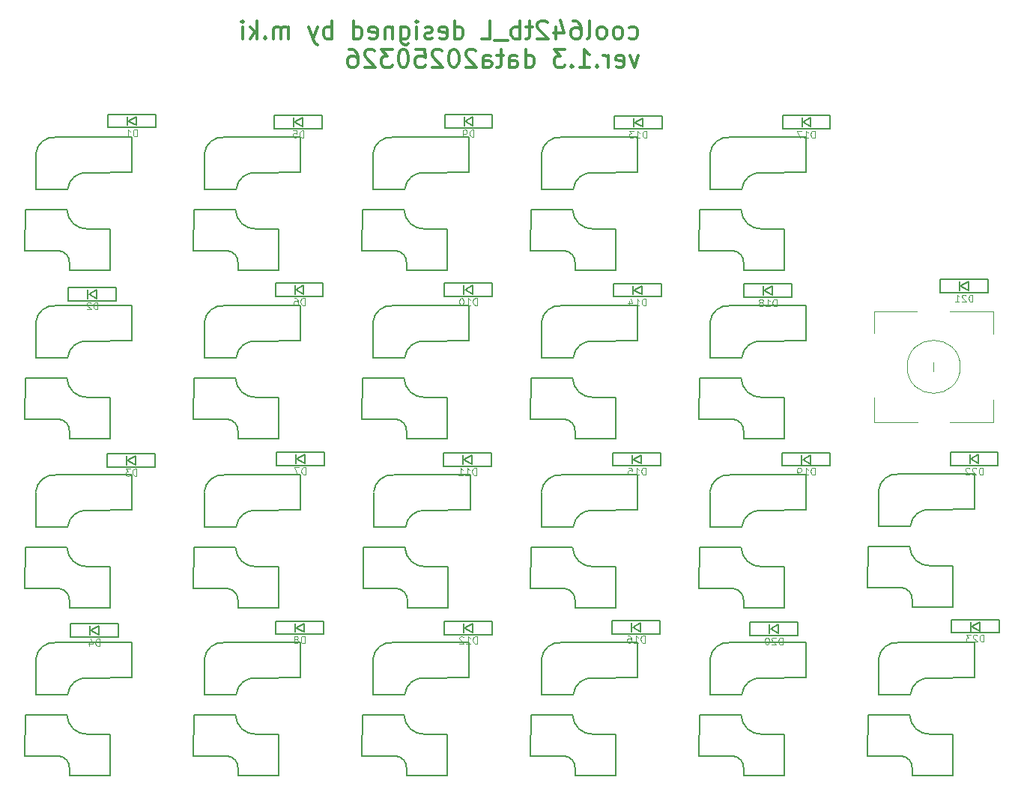
<source format=gbr>
%TF.GenerationSoftware,KiCad,Pcbnew,8.0.7*%
%TF.CreationDate,2025-03-26T10:06:04+09:00*%
%TF.ProjectId,cool642tb_L_v130,636f6f6c-3634-4327-9462-5f4c5f763133,rev?*%
%TF.SameCoordinates,Original*%
%TF.FileFunction,Legend,Bot*%
%TF.FilePolarity,Positive*%
%FSLAX46Y46*%
G04 Gerber Fmt 4.6, Leading zero omitted, Abs format (unit mm)*
G04 Created by KiCad (PCBNEW 8.0.7) date 2025-03-26 10:06:04*
%MOMM*%
%LPD*%
G01*
G04 APERTURE LIST*
%ADD10C,0.300000*%
%ADD11C,0.125000*%
%ADD12C,0.150000*%
%ADD13C,0.120000*%
G04 APERTURE END LIST*
D10*
X60979298Y18045488D02*
X61169774Y17950249D01*
X61169774Y17950249D02*
X61550727Y17950249D01*
X61550727Y17950249D02*
X61741203Y18045488D01*
X61741203Y18045488D02*
X61836441Y18140726D01*
X61836441Y18140726D02*
X61931679Y18331202D01*
X61931679Y18331202D02*
X61931679Y18902630D01*
X61931679Y18902630D02*
X61836441Y19093107D01*
X61836441Y19093107D02*
X61741203Y19188345D01*
X61741203Y19188345D02*
X61550727Y19283583D01*
X61550727Y19283583D02*
X61169774Y19283583D01*
X61169774Y19283583D02*
X60979298Y19188345D01*
X59836441Y17950249D02*
X60026917Y18045488D01*
X60026917Y18045488D02*
X60122155Y18140726D01*
X60122155Y18140726D02*
X60217393Y18331202D01*
X60217393Y18331202D02*
X60217393Y18902630D01*
X60217393Y18902630D02*
X60122155Y19093107D01*
X60122155Y19093107D02*
X60026917Y19188345D01*
X60026917Y19188345D02*
X59836441Y19283583D01*
X59836441Y19283583D02*
X59550726Y19283583D01*
X59550726Y19283583D02*
X59360250Y19188345D01*
X59360250Y19188345D02*
X59265012Y19093107D01*
X59265012Y19093107D02*
X59169774Y18902630D01*
X59169774Y18902630D02*
X59169774Y18331202D01*
X59169774Y18331202D02*
X59265012Y18140726D01*
X59265012Y18140726D02*
X59360250Y18045488D01*
X59360250Y18045488D02*
X59550726Y17950249D01*
X59550726Y17950249D02*
X59836441Y17950249D01*
X58026917Y17950249D02*
X58217393Y18045488D01*
X58217393Y18045488D02*
X58312631Y18140726D01*
X58312631Y18140726D02*
X58407869Y18331202D01*
X58407869Y18331202D02*
X58407869Y18902630D01*
X58407869Y18902630D02*
X58312631Y19093107D01*
X58312631Y19093107D02*
X58217393Y19188345D01*
X58217393Y19188345D02*
X58026917Y19283583D01*
X58026917Y19283583D02*
X57741202Y19283583D01*
X57741202Y19283583D02*
X57550726Y19188345D01*
X57550726Y19188345D02*
X57455488Y19093107D01*
X57455488Y19093107D02*
X57360250Y18902630D01*
X57360250Y18902630D02*
X57360250Y18331202D01*
X57360250Y18331202D02*
X57455488Y18140726D01*
X57455488Y18140726D02*
X57550726Y18045488D01*
X57550726Y18045488D02*
X57741202Y17950249D01*
X57741202Y17950249D02*
X58026917Y17950249D01*
X56217393Y17950249D02*
X56407869Y18045488D01*
X56407869Y18045488D02*
X56503107Y18235964D01*
X56503107Y18235964D02*
X56503107Y19950249D01*
X54598345Y19950249D02*
X54979298Y19950249D01*
X54979298Y19950249D02*
X55169774Y19855011D01*
X55169774Y19855011D02*
X55265012Y19759773D01*
X55265012Y19759773D02*
X55455488Y19474059D01*
X55455488Y19474059D02*
X55550726Y19093107D01*
X55550726Y19093107D02*
X55550726Y18331202D01*
X55550726Y18331202D02*
X55455488Y18140726D01*
X55455488Y18140726D02*
X55360250Y18045488D01*
X55360250Y18045488D02*
X55169774Y17950249D01*
X55169774Y17950249D02*
X54788821Y17950249D01*
X54788821Y17950249D02*
X54598345Y18045488D01*
X54598345Y18045488D02*
X54503107Y18140726D01*
X54503107Y18140726D02*
X54407869Y18331202D01*
X54407869Y18331202D02*
X54407869Y18807392D01*
X54407869Y18807392D02*
X54503107Y18997868D01*
X54503107Y18997868D02*
X54598345Y19093107D01*
X54598345Y19093107D02*
X54788821Y19188345D01*
X54788821Y19188345D02*
X55169774Y19188345D01*
X55169774Y19188345D02*
X55360250Y19093107D01*
X55360250Y19093107D02*
X55455488Y18997868D01*
X55455488Y18997868D02*
X55550726Y18807392D01*
X52693583Y19283583D02*
X52693583Y17950249D01*
X53169774Y20045488D02*
X53645964Y18616916D01*
X53645964Y18616916D02*
X52407869Y18616916D01*
X51741202Y19759773D02*
X51645964Y19855011D01*
X51645964Y19855011D02*
X51455488Y19950249D01*
X51455488Y19950249D02*
X50979297Y19950249D01*
X50979297Y19950249D02*
X50788821Y19855011D01*
X50788821Y19855011D02*
X50693583Y19759773D01*
X50693583Y19759773D02*
X50598345Y19569297D01*
X50598345Y19569297D02*
X50598345Y19378821D01*
X50598345Y19378821D02*
X50693583Y19093107D01*
X50693583Y19093107D02*
X51836440Y17950249D01*
X51836440Y17950249D02*
X50598345Y17950249D01*
X50026916Y19283583D02*
X49265012Y19283583D01*
X49741202Y19950249D02*
X49741202Y18235964D01*
X49741202Y18235964D02*
X49645964Y18045488D01*
X49645964Y18045488D02*
X49455488Y17950249D01*
X49455488Y17950249D02*
X49265012Y17950249D01*
X48598345Y17950249D02*
X48598345Y19950249D01*
X48598345Y19188345D02*
X48407869Y19283583D01*
X48407869Y19283583D02*
X48026916Y19283583D01*
X48026916Y19283583D02*
X47836440Y19188345D01*
X47836440Y19188345D02*
X47741202Y19093107D01*
X47741202Y19093107D02*
X47645964Y18902630D01*
X47645964Y18902630D02*
X47645964Y18331202D01*
X47645964Y18331202D02*
X47741202Y18140726D01*
X47741202Y18140726D02*
X47836440Y18045488D01*
X47836440Y18045488D02*
X48026916Y17950249D01*
X48026916Y17950249D02*
X48407869Y17950249D01*
X48407869Y17950249D02*
X48598345Y18045488D01*
X47265012Y17759773D02*
X45741202Y17759773D01*
X44312630Y17950249D02*
X45265011Y17950249D01*
X45265011Y17950249D02*
X45265011Y19950249D01*
X41265010Y17950249D02*
X41265010Y19950249D01*
X41265010Y18045488D02*
X41455486Y17950249D01*
X41455486Y17950249D02*
X41836439Y17950249D01*
X41836439Y17950249D02*
X42026915Y18045488D01*
X42026915Y18045488D02*
X42122153Y18140726D01*
X42122153Y18140726D02*
X42217391Y18331202D01*
X42217391Y18331202D02*
X42217391Y18902630D01*
X42217391Y18902630D02*
X42122153Y19093107D01*
X42122153Y19093107D02*
X42026915Y19188345D01*
X42026915Y19188345D02*
X41836439Y19283583D01*
X41836439Y19283583D02*
X41455486Y19283583D01*
X41455486Y19283583D02*
X41265010Y19188345D01*
X39550724Y18045488D02*
X39741200Y17950249D01*
X39741200Y17950249D02*
X40122153Y17950249D01*
X40122153Y17950249D02*
X40312629Y18045488D01*
X40312629Y18045488D02*
X40407867Y18235964D01*
X40407867Y18235964D02*
X40407867Y18997868D01*
X40407867Y18997868D02*
X40312629Y19188345D01*
X40312629Y19188345D02*
X40122153Y19283583D01*
X40122153Y19283583D02*
X39741200Y19283583D01*
X39741200Y19283583D02*
X39550724Y19188345D01*
X39550724Y19188345D02*
X39455486Y18997868D01*
X39455486Y18997868D02*
X39455486Y18807392D01*
X39455486Y18807392D02*
X40407867Y18616916D01*
X38693581Y18045488D02*
X38503105Y17950249D01*
X38503105Y17950249D02*
X38122153Y17950249D01*
X38122153Y17950249D02*
X37931676Y18045488D01*
X37931676Y18045488D02*
X37836438Y18235964D01*
X37836438Y18235964D02*
X37836438Y18331202D01*
X37836438Y18331202D02*
X37931676Y18521678D01*
X37931676Y18521678D02*
X38122153Y18616916D01*
X38122153Y18616916D02*
X38407867Y18616916D01*
X38407867Y18616916D02*
X38598343Y18712154D01*
X38598343Y18712154D02*
X38693581Y18902630D01*
X38693581Y18902630D02*
X38693581Y18997868D01*
X38693581Y18997868D02*
X38598343Y19188345D01*
X38598343Y19188345D02*
X38407867Y19283583D01*
X38407867Y19283583D02*
X38122153Y19283583D01*
X38122153Y19283583D02*
X37931676Y19188345D01*
X36979295Y17950249D02*
X36979295Y19283583D01*
X36979295Y19950249D02*
X37074533Y19855011D01*
X37074533Y19855011D02*
X36979295Y19759773D01*
X36979295Y19759773D02*
X36884057Y19855011D01*
X36884057Y19855011D02*
X36979295Y19950249D01*
X36979295Y19950249D02*
X36979295Y19759773D01*
X35169771Y19283583D02*
X35169771Y17664535D01*
X35169771Y17664535D02*
X35265009Y17474059D01*
X35265009Y17474059D02*
X35360247Y17378821D01*
X35360247Y17378821D02*
X35550724Y17283583D01*
X35550724Y17283583D02*
X35836438Y17283583D01*
X35836438Y17283583D02*
X36026914Y17378821D01*
X35169771Y18045488D02*
X35360247Y17950249D01*
X35360247Y17950249D02*
X35741200Y17950249D01*
X35741200Y17950249D02*
X35931676Y18045488D01*
X35931676Y18045488D02*
X36026914Y18140726D01*
X36026914Y18140726D02*
X36122152Y18331202D01*
X36122152Y18331202D02*
X36122152Y18902630D01*
X36122152Y18902630D02*
X36026914Y19093107D01*
X36026914Y19093107D02*
X35931676Y19188345D01*
X35931676Y19188345D02*
X35741200Y19283583D01*
X35741200Y19283583D02*
X35360247Y19283583D01*
X35360247Y19283583D02*
X35169771Y19188345D01*
X34217390Y19283583D02*
X34217390Y17950249D01*
X34217390Y19093107D02*
X34122152Y19188345D01*
X34122152Y19188345D02*
X33931676Y19283583D01*
X33931676Y19283583D02*
X33645961Y19283583D01*
X33645961Y19283583D02*
X33455485Y19188345D01*
X33455485Y19188345D02*
X33360247Y18997868D01*
X33360247Y18997868D02*
X33360247Y17950249D01*
X31645961Y18045488D02*
X31836437Y17950249D01*
X31836437Y17950249D02*
X32217390Y17950249D01*
X32217390Y17950249D02*
X32407866Y18045488D01*
X32407866Y18045488D02*
X32503104Y18235964D01*
X32503104Y18235964D02*
X32503104Y18997868D01*
X32503104Y18997868D02*
X32407866Y19188345D01*
X32407866Y19188345D02*
X32217390Y19283583D01*
X32217390Y19283583D02*
X31836437Y19283583D01*
X31836437Y19283583D02*
X31645961Y19188345D01*
X31645961Y19188345D02*
X31550723Y18997868D01*
X31550723Y18997868D02*
X31550723Y18807392D01*
X31550723Y18807392D02*
X32503104Y18616916D01*
X29836437Y17950249D02*
X29836437Y19950249D01*
X29836437Y18045488D02*
X30026913Y17950249D01*
X30026913Y17950249D02*
X30407866Y17950249D01*
X30407866Y17950249D02*
X30598342Y18045488D01*
X30598342Y18045488D02*
X30693580Y18140726D01*
X30693580Y18140726D02*
X30788818Y18331202D01*
X30788818Y18331202D02*
X30788818Y18902630D01*
X30788818Y18902630D02*
X30693580Y19093107D01*
X30693580Y19093107D02*
X30598342Y19188345D01*
X30598342Y19188345D02*
X30407866Y19283583D01*
X30407866Y19283583D02*
X30026913Y19283583D01*
X30026913Y19283583D02*
X29836437Y19188345D01*
X27360246Y17950249D02*
X27360246Y19950249D01*
X27360246Y19188345D02*
X27169770Y19283583D01*
X27169770Y19283583D02*
X26788817Y19283583D01*
X26788817Y19283583D02*
X26598341Y19188345D01*
X26598341Y19188345D02*
X26503103Y19093107D01*
X26503103Y19093107D02*
X26407865Y18902630D01*
X26407865Y18902630D02*
X26407865Y18331202D01*
X26407865Y18331202D02*
X26503103Y18140726D01*
X26503103Y18140726D02*
X26598341Y18045488D01*
X26598341Y18045488D02*
X26788817Y17950249D01*
X26788817Y17950249D02*
X27169770Y17950249D01*
X27169770Y17950249D02*
X27360246Y18045488D01*
X25741198Y19283583D02*
X25265008Y17950249D01*
X24788817Y19283583D02*
X25265008Y17950249D01*
X25265008Y17950249D02*
X25455484Y17474059D01*
X25455484Y17474059D02*
X25550722Y17378821D01*
X25550722Y17378821D02*
X25741198Y17283583D01*
X22503102Y17950249D02*
X22503102Y19283583D01*
X22503102Y19093107D02*
X22407864Y19188345D01*
X22407864Y19188345D02*
X22217388Y19283583D01*
X22217388Y19283583D02*
X21931673Y19283583D01*
X21931673Y19283583D02*
X21741197Y19188345D01*
X21741197Y19188345D02*
X21645959Y18997868D01*
X21645959Y18997868D02*
X21645959Y17950249D01*
X21645959Y18997868D02*
X21550721Y19188345D01*
X21550721Y19188345D02*
X21360245Y19283583D01*
X21360245Y19283583D02*
X21074531Y19283583D01*
X21074531Y19283583D02*
X20884054Y19188345D01*
X20884054Y19188345D02*
X20788816Y18997868D01*
X20788816Y18997868D02*
X20788816Y17950249D01*
X19836435Y18140726D02*
X19741197Y18045488D01*
X19741197Y18045488D02*
X19836435Y17950249D01*
X19836435Y17950249D02*
X19931673Y18045488D01*
X19931673Y18045488D02*
X19836435Y18140726D01*
X19836435Y18140726D02*
X19836435Y17950249D01*
X18884054Y17950249D02*
X18884054Y19950249D01*
X18693578Y18712154D02*
X18122149Y17950249D01*
X18122149Y19283583D02*
X18884054Y18521678D01*
X17265006Y17950249D02*
X17265006Y19283583D01*
X17265006Y19950249D02*
X17360244Y19855011D01*
X17360244Y19855011D02*
X17265006Y19759773D01*
X17265006Y19759773D02*
X17169768Y19855011D01*
X17169768Y19855011D02*
X17265006Y19950249D01*
X17265006Y19950249D02*
X17265006Y19759773D01*
X62026917Y16063695D02*
X61550727Y14730361D01*
X61550727Y14730361D02*
X61074536Y16063695D01*
X59550726Y14825600D02*
X59741202Y14730361D01*
X59741202Y14730361D02*
X60122155Y14730361D01*
X60122155Y14730361D02*
X60312631Y14825600D01*
X60312631Y14825600D02*
X60407869Y15016076D01*
X60407869Y15016076D02*
X60407869Y15777980D01*
X60407869Y15777980D02*
X60312631Y15968457D01*
X60312631Y15968457D02*
X60122155Y16063695D01*
X60122155Y16063695D02*
X59741202Y16063695D01*
X59741202Y16063695D02*
X59550726Y15968457D01*
X59550726Y15968457D02*
X59455488Y15777980D01*
X59455488Y15777980D02*
X59455488Y15587504D01*
X59455488Y15587504D02*
X60407869Y15397028D01*
X58598345Y14730361D02*
X58598345Y16063695D01*
X58598345Y15682742D02*
X58503107Y15873219D01*
X58503107Y15873219D02*
X58407869Y15968457D01*
X58407869Y15968457D02*
X58217393Y16063695D01*
X58217393Y16063695D02*
X58026916Y16063695D01*
X57360250Y14920838D02*
X57265012Y14825600D01*
X57265012Y14825600D02*
X57360250Y14730361D01*
X57360250Y14730361D02*
X57455488Y14825600D01*
X57455488Y14825600D02*
X57360250Y14920838D01*
X57360250Y14920838D02*
X57360250Y14730361D01*
X55360250Y14730361D02*
X56503107Y14730361D01*
X55931679Y14730361D02*
X55931679Y16730361D01*
X55931679Y16730361D02*
X56122155Y16444647D01*
X56122155Y16444647D02*
X56312631Y16254171D01*
X56312631Y16254171D02*
X56503107Y16158933D01*
X54503107Y14920838D02*
X54407869Y14825600D01*
X54407869Y14825600D02*
X54503107Y14730361D01*
X54503107Y14730361D02*
X54598345Y14825600D01*
X54598345Y14825600D02*
X54503107Y14920838D01*
X54503107Y14920838D02*
X54503107Y14730361D01*
X53741202Y16730361D02*
X52503107Y16730361D01*
X52503107Y16730361D02*
X53169774Y15968457D01*
X53169774Y15968457D02*
X52884059Y15968457D01*
X52884059Y15968457D02*
X52693583Y15873219D01*
X52693583Y15873219D02*
X52598345Y15777980D01*
X52598345Y15777980D02*
X52503107Y15587504D01*
X52503107Y15587504D02*
X52503107Y15111314D01*
X52503107Y15111314D02*
X52598345Y14920838D01*
X52598345Y14920838D02*
X52693583Y14825600D01*
X52693583Y14825600D02*
X52884059Y14730361D01*
X52884059Y14730361D02*
X53455488Y14730361D01*
X53455488Y14730361D02*
X53645964Y14825600D01*
X53645964Y14825600D02*
X53741202Y14920838D01*
X49265011Y14730361D02*
X49265011Y16730361D01*
X49265011Y14825600D02*
X49455487Y14730361D01*
X49455487Y14730361D02*
X49836440Y14730361D01*
X49836440Y14730361D02*
X50026916Y14825600D01*
X50026916Y14825600D02*
X50122154Y14920838D01*
X50122154Y14920838D02*
X50217392Y15111314D01*
X50217392Y15111314D02*
X50217392Y15682742D01*
X50217392Y15682742D02*
X50122154Y15873219D01*
X50122154Y15873219D02*
X50026916Y15968457D01*
X50026916Y15968457D02*
X49836440Y16063695D01*
X49836440Y16063695D02*
X49455487Y16063695D01*
X49455487Y16063695D02*
X49265011Y15968457D01*
X47455487Y14730361D02*
X47455487Y15777980D01*
X47455487Y15777980D02*
X47550725Y15968457D01*
X47550725Y15968457D02*
X47741201Y16063695D01*
X47741201Y16063695D02*
X48122154Y16063695D01*
X48122154Y16063695D02*
X48312630Y15968457D01*
X47455487Y14825600D02*
X47645963Y14730361D01*
X47645963Y14730361D02*
X48122154Y14730361D01*
X48122154Y14730361D02*
X48312630Y14825600D01*
X48312630Y14825600D02*
X48407868Y15016076D01*
X48407868Y15016076D02*
X48407868Y15206552D01*
X48407868Y15206552D02*
X48312630Y15397028D01*
X48312630Y15397028D02*
X48122154Y15492266D01*
X48122154Y15492266D02*
X47645963Y15492266D01*
X47645963Y15492266D02*
X47455487Y15587504D01*
X46788820Y16063695D02*
X46026916Y16063695D01*
X46503106Y16730361D02*
X46503106Y15016076D01*
X46503106Y15016076D02*
X46407868Y14825600D01*
X46407868Y14825600D02*
X46217392Y14730361D01*
X46217392Y14730361D02*
X46026916Y14730361D01*
X44503106Y14730361D02*
X44503106Y15777980D01*
X44503106Y15777980D02*
X44598344Y15968457D01*
X44598344Y15968457D02*
X44788820Y16063695D01*
X44788820Y16063695D02*
X45169773Y16063695D01*
X45169773Y16063695D02*
X45360249Y15968457D01*
X44503106Y14825600D02*
X44693582Y14730361D01*
X44693582Y14730361D02*
X45169773Y14730361D01*
X45169773Y14730361D02*
X45360249Y14825600D01*
X45360249Y14825600D02*
X45455487Y15016076D01*
X45455487Y15016076D02*
X45455487Y15206552D01*
X45455487Y15206552D02*
X45360249Y15397028D01*
X45360249Y15397028D02*
X45169773Y15492266D01*
X45169773Y15492266D02*
X44693582Y15492266D01*
X44693582Y15492266D02*
X44503106Y15587504D01*
X43645963Y16539885D02*
X43550725Y16635123D01*
X43550725Y16635123D02*
X43360249Y16730361D01*
X43360249Y16730361D02*
X42884058Y16730361D01*
X42884058Y16730361D02*
X42693582Y16635123D01*
X42693582Y16635123D02*
X42598344Y16539885D01*
X42598344Y16539885D02*
X42503106Y16349409D01*
X42503106Y16349409D02*
X42503106Y16158933D01*
X42503106Y16158933D02*
X42598344Y15873219D01*
X42598344Y15873219D02*
X43741201Y14730361D01*
X43741201Y14730361D02*
X42503106Y14730361D01*
X41265011Y16730361D02*
X41074534Y16730361D01*
X41074534Y16730361D02*
X40884058Y16635123D01*
X40884058Y16635123D02*
X40788820Y16539885D01*
X40788820Y16539885D02*
X40693582Y16349409D01*
X40693582Y16349409D02*
X40598344Y15968457D01*
X40598344Y15968457D02*
X40598344Y15492266D01*
X40598344Y15492266D02*
X40693582Y15111314D01*
X40693582Y15111314D02*
X40788820Y14920838D01*
X40788820Y14920838D02*
X40884058Y14825600D01*
X40884058Y14825600D02*
X41074534Y14730361D01*
X41074534Y14730361D02*
X41265011Y14730361D01*
X41265011Y14730361D02*
X41455487Y14825600D01*
X41455487Y14825600D02*
X41550725Y14920838D01*
X41550725Y14920838D02*
X41645963Y15111314D01*
X41645963Y15111314D02*
X41741201Y15492266D01*
X41741201Y15492266D02*
X41741201Y15968457D01*
X41741201Y15968457D02*
X41645963Y16349409D01*
X41645963Y16349409D02*
X41550725Y16539885D01*
X41550725Y16539885D02*
X41455487Y16635123D01*
X41455487Y16635123D02*
X41265011Y16730361D01*
X39836439Y16539885D02*
X39741201Y16635123D01*
X39741201Y16635123D02*
X39550725Y16730361D01*
X39550725Y16730361D02*
X39074534Y16730361D01*
X39074534Y16730361D02*
X38884058Y16635123D01*
X38884058Y16635123D02*
X38788820Y16539885D01*
X38788820Y16539885D02*
X38693582Y16349409D01*
X38693582Y16349409D02*
X38693582Y16158933D01*
X38693582Y16158933D02*
X38788820Y15873219D01*
X38788820Y15873219D02*
X39931677Y14730361D01*
X39931677Y14730361D02*
X38693582Y14730361D01*
X36884058Y16730361D02*
X37836439Y16730361D01*
X37836439Y16730361D02*
X37931677Y15777980D01*
X37931677Y15777980D02*
X37836439Y15873219D01*
X37836439Y15873219D02*
X37645963Y15968457D01*
X37645963Y15968457D02*
X37169772Y15968457D01*
X37169772Y15968457D02*
X36979296Y15873219D01*
X36979296Y15873219D02*
X36884058Y15777980D01*
X36884058Y15777980D02*
X36788820Y15587504D01*
X36788820Y15587504D02*
X36788820Y15111314D01*
X36788820Y15111314D02*
X36884058Y14920838D01*
X36884058Y14920838D02*
X36979296Y14825600D01*
X36979296Y14825600D02*
X37169772Y14730361D01*
X37169772Y14730361D02*
X37645963Y14730361D01*
X37645963Y14730361D02*
X37836439Y14825600D01*
X37836439Y14825600D02*
X37931677Y14920838D01*
X35550725Y16730361D02*
X35360248Y16730361D01*
X35360248Y16730361D02*
X35169772Y16635123D01*
X35169772Y16635123D02*
X35074534Y16539885D01*
X35074534Y16539885D02*
X34979296Y16349409D01*
X34979296Y16349409D02*
X34884058Y15968457D01*
X34884058Y15968457D02*
X34884058Y15492266D01*
X34884058Y15492266D02*
X34979296Y15111314D01*
X34979296Y15111314D02*
X35074534Y14920838D01*
X35074534Y14920838D02*
X35169772Y14825600D01*
X35169772Y14825600D02*
X35360248Y14730361D01*
X35360248Y14730361D02*
X35550725Y14730361D01*
X35550725Y14730361D02*
X35741201Y14825600D01*
X35741201Y14825600D02*
X35836439Y14920838D01*
X35836439Y14920838D02*
X35931677Y15111314D01*
X35931677Y15111314D02*
X36026915Y15492266D01*
X36026915Y15492266D02*
X36026915Y15968457D01*
X36026915Y15968457D02*
X35931677Y16349409D01*
X35931677Y16349409D02*
X35836439Y16539885D01*
X35836439Y16539885D02*
X35741201Y16635123D01*
X35741201Y16635123D02*
X35550725Y16730361D01*
X34217391Y16730361D02*
X32979296Y16730361D01*
X32979296Y16730361D02*
X33645963Y15968457D01*
X33645963Y15968457D02*
X33360248Y15968457D01*
X33360248Y15968457D02*
X33169772Y15873219D01*
X33169772Y15873219D02*
X33074534Y15777980D01*
X33074534Y15777980D02*
X32979296Y15587504D01*
X32979296Y15587504D02*
X32979296Y15111314D01*
X32979296Y15111314D02*
X33074534Y14920838D01*
X33074534Y14920838D02*
X33169772Y14825600D01*
X33169772Y14825600D02*
X33360248Y14730361D01*
X33360248Y14730361D02*
X33931677Y14730361D01*
X33931677Y14730361D02*
X34122153Y14825600D01*
X34122153Y14825600D02*
X34217391Y14920838D01*
X32217391Y16539885D02*
X32122153Y16635123D01*
X32122153Y16635123D02*
X31931677Y16730361D01*
X31931677Y16730361D02*
X31455486Y16730361D01*
X31455486Y16730361D02*
X31265010Y16635123D01*
X31265010Y16635123D02*
X31169772Y16539885D01*
X31169772Y16539885D02*
X31074534Y16349409D01*
X31074534Y16349409D02*
X31074534Y16158933D01*
X31074534Y16158933D02*
X31169772Y15873219D01*
X31169772Y15873219D02*
X32312629Y14730361D01*
X32312629Y14730361D02*
X31074534Y14730361D01*
X29360248Y16730361D02*
X29741201Y16730361D01*
X29741201Y16730361D02*
X29931677Y16635123D01*
X29931677Y16635123D02*
X30026915Y16539885D01*
X30026915Y16539885D02*
X30217391Y16254171D01*
X30217391Y16254171D02*
X30312629Y15873219D01*
X30312629Y15873219D02*
X30312629Y15111314D01*
X30312629Y15111314D02*
X30217391Y14920838D01*
X30217391Y14920838D02*
X30122153Y14825600D01*
X30122153Y14825600D02*
X29931677Y14730361D01*
X29931677Y14730361D02*
X29550724Y14730361D01*
X29550724Y14730361D02*
X29360248Y14825600D01*
X29360248Y14825600D02*
X29265010Y14920838D01*
X29265010Y14920838D02*
X29169772Y15111314D01*
X29169772Y15111314D02*
X29169772Y15587504D01*
X29169772Y15587504D02*
X29265010Y15777980D01*
X29265010Y15777980D02*
X29360248Y15873219D01*
X29360248Y15873219D02*
X29550724Y15968457D01*
X29550724Y15968457D02*
X29931677Y15968457D01*
X29931677Y15968457D02*
X30122153Y15873219D01*
X30122153Y15873219D02*
X30217391Y15777980D01*
X30217391Y15777980D02*
X30312629Y15587504D01*
D11*
X5290475Y-31483595D02*
X5290475Y-30683595D01*
X5290475Y-30683595D02*
X5099999Y-30683595D01*
X5099999Y-30683595D02*
X4985713Y-30721690D01*
X4985713Y-30721690D02*
X4909523Y-30797880D01*
X4909523Y-30797880D02*
X4871428Y-30874071D01*
X4871428Y-30874071D02*
X4833332Y-31026452D01*
X4833332Y-31026452D02*
X4833332Y-31140738D01*
X4833332Y-31140738D02*
X4871428Y-31293119D01*
X4871428Y-31293119D02*
X4909523Y-31369309D01*
X4909523Y-31369309D02*
X4985713Y-31445500D01*
X4985713Y-31445500D02*
X5099999Y-31483595D01*
X5099999Y-31483595D02*
X5290475Y-31483595D01*
X4566666Y-30683595D02*
X4071428Y-30683595D01*
X4071428Y-30683595D02*
X4338094Y-30988357D01*
X4338094Y-30988357D02*
X4223809Y-30988357D01*
X4223809Y-30988357D02*
X4147618Y-31026452D01*
X4147618Y-31026452D02*
X4109523Y-31064547D01*
X4109523Y-31064547D02*
X4071428Y-31140738D01*
X4071428Y-31140738D02*
X4071428Y-31331214D01*
X4071428Y-31331214D02*
X4109523Y-31407404D01*
X4109523Y-31407404D02*
X4147618Y-31445500D01*
X4147618Y-31445500D02*
X4223809Y-31483595D01*
X4223809Y-31483595D02*
X4452380Y-31483595D01*
X4452380Y-31483595D02*
X4528571Y-31445500D01*
X4528571Y-31445500D02*
X4566666Y-31407404D01*
X62951428Y6716404D02*
X62951428Y7516404D01*
X62951428Y7516404D02*
X62760952Y7516404D01*
X62760952Y7516404D02*
X62646666Y7478309D01*
X62646666Y7478309D02*
X62570476Y7402119D01*
X62570476Y7402119D02*
X62532381Y7325928D01*
X62532381Y7325928D02*
X62494285Y7173547D01*
X62494285Y7173547D02*
X62494285Y7059261D01*
X62494285Y7059261D02*
X62532381Y6906880D01*
X62532381Y6906880D02*
X62570476Y6830690D01*
X62570476Y6830690D02*
X62646666Y6754500D01*
X62646666Y6754500D02*
X62760952Y6716404D01*
X62760952Y6716404D02*
X62951428Y6716404D01*
X61732381Y6716404D02*
X62189524Y6716404D01*
X61960952Y6716404D02*
X61960952Y7516404D01*
X61960952Y7516404D02*
X62037143Y7402119D01*
X62037143Y7402119D02*
X62113333Y7325928D01*
X62113333Y7325928D02*
X62189524Y7287833D01*
X61465714Y7516404D02*
X60970476Y7516404D01*
X60970476Y7516404D02*
X61237142Y7211642D01*
X61237142Y7211642D02*
X61122857Y7211642D01*
X61122857Y7211642D02*
X61046666Y7173547D01*
X61046666Y7173547D02*
X61008571Y7135452D01*
X61008571Y7135452D02*
X60970476Y7059261D01*
X60970476Y7059261D02*
X60970476Y6868785D01*
X60970476Y6868785D02*
X61008571Y6792595D01*
X61008571Y6792595D02*
X61046666Y6754500D01*
X61046666Y6754500D02*
X61122857Y6716404D01*
X61122857Y6716404D02*
X61351428Y6716404D01*
X61351428Y6716404D02*
X61427619Y6754500D01*
X61427619Y6754500D02*
X61465714Y6792595D01*
X43781428Y-12183595D02*
X43781428Y-11383595D01*
X43781428Y-11383595D02*
X43590952Y-11383595D01*
X43590952Y-11383595D02*
X43476666Y-11421690D01*
X43476666Y-11421690D02*
X43400476Y-11497880D01*
X43400476Y-11497880D02*
X43362381Y-11574071D01*
X43362381Y-11574071D02*
X43324285Y-11726452D01*
X43324285Y-11726452D02*
X43324285Y-11840738D01*
X43324285Y-11840738D02*
X43362381Y-11993119D01*
X43362381Y-11993119D02*
X43400476Y-12069309D01*
X43400476Y-12069309D02*
X43476666Y-12145500D01*
X43476666Y-12145500D02*
X43590952Y-12183595D01*
X43590952Y-12183595D02*
X43781428Y-12183595D01*
X42562381Y-12183595D02*
X43019524Y-12183595D01*
X42790952Y-12183595D02*
X42790952Y-11383595D01*
X42790952Y-11383595D02*
X42867143Y-11497880D01*
X42867143Y-11497880D02*
X42943333Y-11574071D01*
X42943333Y-11574071D02*
X43019524Y-11612166D01*
X42067142Y-11383595D02*
X41990952Y-11383595D01*
X41990952Y-11383595D02*
X41914761Y-11421690D01*
X41914761Y-11421690D02*
X41876666Y-11459785D01*
X41876666Y-11459785D02*
X41838571Y-11535976D01*
X41838571Y-11535976D02*
X41800476Y-11688357D01*
X41800476Y-11688357D02*
X41800476Y-11878833D01*
X41800476Y-11878833D02*
X41838571Y-12031214D01*
X41838571Y-12031214D02*
X41876666Y-12107404D01*
X41876666Y-12107404D02*
X41914761Y-12145500D01*
X41914761Y-12145500D02*
X41990952Y-12183595D01*
X41990952Y-12183595D02*
X42067142Y-12183595D01*
X42067142Y-12183595D02*
X42143333Y-12145500D01*
X42143333Y-12145500D02*
X42181428Y-12107404D01*
X42181428Y-12107404D02*
X42219523Y-12031214D01*
X42219523Y-12031214D02*
X42257619Y-11878833D01*
X42257619Y-11878833D02*
X42257619Y-11688357D01*
X42257619Y-11688357D02*
X42219523Y-11535976D01*
X42219523Y-11535976D02*
X42181428Y-11459785D01*
X42181428Y-11459785D02*
X42143333Y-11421690D01*
X42143333Y-11421690D02*
X42067142Y-11383595D01*
X81971428Y-31393595D02*
X81971428Y-30593595D01*
X81971428Y-30593595D02*
X81780952Y-30593595D01*
X81780952Y-30593595D02*
X81666666Y-30631690D01*
X81666666Y-30631690D02*
X81590476Y-30707880D01*
X81590476Y-30707880D02*
X81552381Y-30784071D01*
X81552381Y-30784071D02*
X81514285Y-30936452D01*
X81514285Y-30936452D02*
X81514285Y-31050738D01*
X81514285Y-31050738D02*
X81552381Y-31203119D01*
X81552381Y-31203119D02*
X81590476Y-31279309D01*
X81590476Y-31279309D02*
X81666666Y-31355500D01*
X81666666Y-31355500D02*
X81780952Y-31393595D01*
X81780952Y-31393595D02*
X81971428Y-31393595D01*
X80752381Y-31393595D02*
X81209524Y-31393595D01*
X80980952Y-31393595D02*
X80980952Y-30593595D01*
X80980952Y-30593595D02*
X81057143Y-30707880D01*
X81057143Y-30707880D02*
X81133333Y-30784071D01*
X81133333Y-30784071D02*
X81209524Y-30822166D01*
X80371428Y-31393595D02*
X80219047Y-31393595D01*
X80219047Y-31393595D02*
X80142857Y-31355500D01*
X80142857Y-31355500D02*
X80104761Y-31317404D01*
X80104761Y-31317404D02*
X80028571Y-31203119D01*
X80028571Y-31203119D02*
X79990476Y-31050738D01*
X79990476Y-31050738D02*
X79990476Y-30745976D01*
X79990476Y-30745976D02*
X80028571Y-30669785D01*
X80028571Y-30669785D02*
X80066666Y-30631690D01*
X80066666Y-30631690D02*
X80142857Y-30593595D01*
X80142857Y-30593595D02*
X80295238Y-30593595D01*
X80295238Y-30593595D02*
X80371428Y-30631690D01*
X80371428Y-30631690D02*
X80409523Y-30669785D01*
X80409523Y-30669785D02*
X80447619Y-30745976D01*
X80447619Y-30745976D02*
X80447619Y-30936452D01*
X80447619Y-30936452D02*
X80409523Y-31012642D01*
X80409523Y-31012642D02*
X80371428Y-31050738D01*
X80371428Y-31050738D02*
X80295238Y-31088833D01*
X80295238Y-31088833D02*
X80142857Y-31088833D01*
X80142857Y-31088833D02*
X80066666Y-31050738D01*
X80066666Y-31050738D02*
X80028571Y-31012642D01*
X80028571Y-31012642D02*
X79990476Y-30936452D01*
X62741428Y-50363595D02*
X62741428Y-49563595D01*
X62741428Y-49563595D02*
X62550952Y-49563595D01*
X62550952Y-49563595D02*
X62436666Y-49601690D01*
X62436666Y-49601690D02*
X62360476Y-49677880D01*
X62360476Y-49677880D02*
X62322381Y-49754071D01*
X62322381Y-49754071D02*
X62284285Y-49906452D01*
X62284285Y-49906452D02*
X62284285Y-50020738D01*
X62284285Y-50020738D02*
X62322381Y-50173119D01*
X62322381Y-50173119D02*
X62360476Y-50249309D01*
X62360476Y-50249309D02*
X62436666Y-50325500D01*
X62436666Y-50325500D02*
X62550952Y-50363595D01*
X62550952Y-50363595D02*
X62741428Y-50363595D01*
X61522381Y-50363595D02*
X61979524Y-50363595D01*
X61750952Y-50363595D02*
X61750952Y-49563595D01*
X61750952Y-49563595D02*
X61827143Y-49677880D01*
X61827143Y-49677880D02*
X61903333Y-49754071D01*
X61903333Y-49754071D02*
X61979524Y-49792166D01*
X60836666Y-49563595D02*
X60989047Y-49563595D01*
X60989047Y-49563595D02*
X61065238Y-49601690D01*
X61065238Y-49601690D02*
X61103333Y-49639785D01*
X61103333Y-49639785D02*
X61179523Y-49754071D01*
X61179523Y-49754071D02*
X61217619Y-49906452D01*
X61217619Y-49906452D02*
X61217619Y-50211214D01*
X61217619Y-50211214D02*
X61179523Y-50287404D01*
X61179523Y-50287404D02*
X61141428Y-50325500D01*
X61141428Y-50325500D02*
X61065238Y-50363595D01*
X61065238Y-50363595D02*
X60912857Y-50363595D01*
X60912857Y-50363595D02*
X60836666Y-50325500D01*
X60836666Y-50325500D02*
X60798571Y-50287404D01*
X60798571Y-50287404D02*
X60760476Y-50211214D01*
X60760476Y-50211214D02*
X60760476Y-50020738D01*
X60760476Y-50020738D02*
X60798571Y-49944547D01*
X60798571Y-49944547D02*
X60836666Y-49906452D01*
X60836666Y-49906452D02*
X60912857Y-49868357D01*
X60912857Y-49868357D02*
X61065238Y-49868357D01*
X61065238Y-49868357D02*
X61141428Y-49906452D01*
X61141428Y-49906452D02*
X61179523Y-49944547D01*
X61179523Y-49944547D02*
X61217619Y-50020738D01*
X24390475Y-31333595D02*
X24390475Y-30533595D01*
X24390475Y-30533595D02*
X24199999Y-30533595D01*
X24199999Y-30533595D02*
X24085713Y-30571690D01*
X24085713Y-30571690D02*
X24009523Y-30647880D01*
X24009523Y-30647880D02*
X23971428Y-30724071D01*
X23971428Y-30724071D02*
X23933332Y-30876452D01*
X23933332Y-30876452D02*
X23933332Y-30990738D01*
X23933332Y-30990738D02*
X23971428Y-31143119D01*
X23971428Y-31143119D02*
X24009523Y-31219309D01*
X24009523Y-31219309D02*
X24085713Y-31295500D01*
X24085713Y-31295500D02*
X24199999Y-31333595D01*
X24199999Y-31333595D02*
X24390475Y-31333595D01*
X23666666Y-30533595D02*
X23133332Y-30533595D01*
X23133332Y-30533595D02*
X23476190Y-31333595D01*
X99806428Y-11803595D02*
X99806428Y-11003595D01*
X99806428Y-11003595D02*
X99615952Y-11003595D01*
X99615952Y-11003595D02*
X99501666Y-11041690D01*
X99501666Y-11041690D02*
X99425476Y-11117880D01*
X99425476Y-11117880D02*
X99387381Y-11194071D01*
X99387381Y-11194071D02*
X99349285Y-11346452D01*
X99349285Y-11346452D02*
X99349285Y-11460738D01*
X99349285Y-11460738D02*
X99387381Y-11613119D01*
X99387381Y-11613119D02*
X99425476Y-11689309D01*
X99425476Y-11689309D02*
X99501666Y-11765500D01*
X99501666Y-11765500D02*
X99615952Y-11803595D01*
X99615952Y-11803595D02*
X99806428Y-11803595D01*
X99044524Y-11079785D02*
X99006428Y-11041690D01*
X99006428Y-11041690D02*
X98930238Y-11003595D01*
X98930238Y-11003595D02*
X98739762Y-11003595D01*
X98739762Y-11003595D02*
X98663571Y-11041690D01*
X98663571Y-11041690D02*
X98625476Y-11079785D01*
X98625476Y-11079785D02*
X98587381Y-11155976D01*
X98587381Y-11155976D02*
X98587381Y-11232166D01*
X98587381Y-11232166D02*
X98625476Y-11346452D01*
X98625476Y-11346452D02*
X99082619Y-11803595D01*
X99082619Y-11803595D02*
X98587381Y-11803595D01*
X97825476Y-11803595D02*
X98282619Y-11803595D01*
X98054047Y-11803595D02*
X98054047Y-11003595D01*
X98054047Y-11003595D02*
X98130238Y-11117880D01*
X98130238Y-11117880D02*
X98206428Y-11194071D01*
X98206428Y-11194071D02*
X98282619Y-11232166D01*
X62871428Y-12253595D02*
X62871428Y-11453595D01*
X62871428Y-11453595D02*
X62680952Y-11453595D01*
X62680952Y-11453595D02*
X62566666Y-11491690D01*
X62566666Y-11491690D02*
X62490476Y-11567880D01*
X62490476Y-11567880D02*
X62452381Y-11644071D01*
X62452381Y-11644071D02*
X62414285Y-11796452D01*
X62414285Y-11796452D02*
X62414285Y-11910738D01*
X62414285Y-11910738D02*
X62452381Y-12063119D01*
X62452381Y-12063119D02*
X62490476Y-12139309D01*
X62490476Y-12139309D02*
X62566666Y-12215500D01*
X62566666Y-12215500D02*
X62680952Y-12253595D01*
X62680952Y-12253595D02*
X62871428Y-12253595D01*
X61652381Y-12253595D02*
X62109524Y-12253595D01*
X61880952Y-12253595D02*
X61880952Y-11453595D01*
X61880952Y-11453595D02*
X61957143Y-11567880D01*
X61957143Y-11567880D02*
X62033333Y-11644071D01*
X62033333Y-11644071D02*
X62109524Y-11682166D01*
X60966666Y-11720261D02*
X60966666Y-12253595D01*
X61157142Y-11415500D02*
X61347619Y-11986928D01*
X61347619Y-11986928D02*
X60852380Y-11986928D01*
X77636428Y-12313595D02*
X77636428Y-11513595D01*
X77636428Y-11513595D02*
X77445952Y-11513595D01*
X77445952Y-11513595D02*
X77331666Y-11551690D01*
X77331666Y-11551690D02*
X77255476Y-11627880D01*
X77255476Y-11627880D02*
X77217381Y-11704071D01*
X77217381Y-11704071D02*
X77179285Y-11856452D01*
X77179285Y-11856452D02*
X77179285Y-11970738D01*
X77179285Y-11970738D02*
X77217381Y-12123119D01*
X77217381Y-12123119D02*
X77255476Y-12199309D01*
X77255476Y-12199309D02*
X77331666Y-12275500D01*
X77331666Y-12275500D02*
X77445952Y-12313595D01*
X77445952Y-12313595D02*
X77636428Y-12313595D01*
X76417381Y-12313595D02*
X76874524Y-12313595D01*
X76645952Y-12313595D02*
X76645952Y-11513595D01*
X76645952Y-11513595D02*
X76722143Y-11627880D01*
X76722143Y-11627880D02*
X76798333Y-11704071D01*
X76798333Y-11704071D02*
X76874524Y-11742166D01*
X75960238Y-11856452D02*
X76036428Y-11818357D01*
X76036428Y-11818357D02*
X76074523Y-11780261D01*
X76074523Y-11780261D02*
X76112619Y-11704071D01*
X76112619Y-11704071D02*
X76112619Y-11665976D01*
X76112619Y-11665976D02*
X76074523Y-11589785D01*
X76074523Y-11589785D02*
X76036428Y-11551690D01*
X76036428Y-11551690D02*
X75960238Y-11513595D01*
X75960238Y-11513595D02*
X75807857Y-11513595D01*
X75807857Y-11513595D02*
X75731666Y-11551690D01*
X75731666Y-11551690D02*
X75693571Y-11589785D01*
X75693571Y-11589785D02*
X75655476Y-11665976D01*
X75655476Y-11665976D02*
X75655476Y-11704071D01*
X75655476Y-11704071D02*
X75693571Y-11780261D01*
X75693571Y-11780261D02*
X75731666Y-11818357D01*
X75731666Y-11818357D02*
X75807857Y-11856452D01*
X75807857Y-11856452D02*
X75960238Y-11856452D01*
X75960238Y-11856452D02*
X76036428Y-11894547D01*
X76036428Y-11894547D02*
X76074523Y-11932642D01*
X76074523Y-11932642D02*
X76112619Y-12008833D01*
X76112619Y-12008833D02*
X76112619Y-12161214D01*
X76112619Y-12161214D02*
X76074523Y-12237404D01*
X76074523Y-12237404D02*
X76036428Y-12275500D01*
X76036428Y-12275500D02*
X75960238Y-12313595D01*
X75960238Y-12313595D02*
X75807857Y-12313595D01*
X75807857Y-12313595D02*
X75731666Y-12275500D01*
X75731666Y-12275500D02*
X75693571Y-12237404D01*
X75693571Y-12237404D02*
X75655476Y-12161214D01*
X75655476Y-12161214D02*
X75655476Y-12008833D01*
X75655476Y-12008833D02*
X75693571Y-11932642D01*
X75693571Y-11932642D02*
X75731666Y-11894547D01*
X75731666Y-11894547D02*
X75807857Y-11856452D01*
X24170475Y6756404D02*
X24170475Y7556404D01*
X24170475Y7556404D02*
X23979999Y7556404D01*
X23979999Y7556404D02*
X23865713Y7518309D01*
X23865713Y7518309D02*
X23789523Y7442119D01*
X23789523Y7442119D02*
X23751428Y7365928D01*
X23751428Y7365928D02*
X23713332Y7213547D01*
X23713332Y7213547D02*
X23713332Y7099261D01*
X23713332Y7099261D02*
X23751428Y6946880D01*
X23751428Y6946880D02*
X23789523Y6870690D01*
X23789523Y6870690D02*
X23865713Y6794500D01*
X23865713Y6794500D02*
X23979999Y6756404D01*
X23979999Y6756404D02*
X24170475Y6756404D01*
X22989523Y7556404D02*
X23370475Y7556404D01*
X23370475Y7556404D02*
X23408571Y7175452D01*
X23408571Y7175452D02*
X23370475Y7213547D01*
X23370475Y7213547D02*
X23294285Y7251642D01*
X23294285Y7251642D02*
X23103809Y7251642D01*
X23103809Y7251642D02*
X23027618Y7213547D01*
X23027618Y7213547D02*
X22989523Y7175452D01*
X22989523Y7175452D02*
X22951428Y7099261D01*
X22951428Y7099261D02*
X22951428Y6908785D01*
X22951428Y6908785D02*
X22989523Y6832595D01*
X22989523Y6832595D02*
X23027618Y6794500D01*
X23027618Y6794500D02*
X23103809Y6756404D01*
X23103809Y6756404D02*
X23294285Y6756404D01*
X23294285Y6756404D02*
X23370475Y6794500D01*
X23370475Y6794500D02*
X23408571Y6832595D01*
X43410475Y6846404D02*
X43410475Y7646404D01*
X43410475Y7646404D02*
X43219999Y7646404D01*
X43219999Y7646404D02*
X43105713Y7608309D01*
X43105713Y7608309D02*
X43029523Y7532119D01*
X43029523Y7532119D02*
X42991428Y7455928D01*
X42991428Y7455928D02*
X42953332Y7303547D01*
X42953332Y7303547D02*
X42953332Y7189261D01*
X42953332Y7189261D02*
X42991428Y7036880D01*
X42991428Y7036880D02*
X43029523Y6960690D01*
X43029523Y6960690D02*
X43105713Y6884500D01*
X43105713Y6884500D02*
X43219999Y6846404D01*
X43219999Y6846404D02*
X43410475Y6846404D01*
X42572380Y6846404D02*
X42419999Y6846404D01*
X42419999Y6846404D02*
X42343809Y6884500D01*
X42343809Y6884500D02*
X42305713Y6922595D01*
X42305713Y6922595D02*
X42229523Y7036880D01*
X42229523Y7036880D02*
X42191428Y7189261D01*
X42191428Y7189261D02*
X42191428Y7494023D01*
X42191428Y7494023D02*
X42229523Y7570214D01*
X42229523Y7570214D02*
X42267618Y7608309D01*
X42267618Y7608309D02*
X42343809Y7646404D01*
X42343809Y7646404D02*
X42496190Y7646404D01*
X42496190Y7646404D02*
X42572380Y7608309D01*
X42572380Y7608309D02*
X42610475Y7570214D01*
X42610475Y7570214D02*
X42648571Y7494023D01*
X42648571Y7494023D02*
X42648571Y7303547D01*
X42648571Y7303547D02*
X42610475Y7227357D01*
X42610475Y7227357D02*
X42572380Y7189261D01*
X42572380Y7189261D02*
X42496190Y7151166D01*
X42496190Y7151166D02*
X42343809Y7151166D01*
X42343809Y7151166D02*
X42267618Y7189261D01*
X42267618Y7189261D02*
X42229523Y7227357D01*
X42229523Y7227357D02*
X42191428Y7303547D01*
X24320475Y-50433595D02*
X24320475Y-49633595D01*
X24320475Y-49633595D02*
X24129999Y-49633595D01*
X24129999Y-49633595D02*
X24015713Y-49671690D01*
X24015713Y-49671690D02*
X23939523Y-49747880D01*
X23939523Y-49747880D02*
X23901428Y-49824071D01*
X23901428Y-49824071D02*
X23863332Y-49976452D01*
X23863332Y-49976452D02*
X23863332Y-50090738D01*
X23863332Y-50090738D02*
X23901428Y-50243119D01*
X23901428Y-50243119D02*
X23939523Y-50319309D01*
X23939523Y-50319309D02*
X24015713Y-50395500D01*
X24015713Y-50395500D02*
X24129999Y-50433595D01*
X24129999Y-50433595D02*
X24320475Y-50433595D01*
X23406190Y-49976452D02*
X23482380Y-49938357D01*
X23482380Y-49938357D02*
X23520475Y-49900261D01*
X23520475Y-49900261D02*
X23558571Y-49824071D01*
X23558571Y-49824071D02*
X23558571Y-49785976D01*
X23558571Y-49785976D02*
X23520475Y-49709785D01*
X23520475Y-49709785D02*
X23482380Y-49671690D01*
X23482380Y-49671690D02*
X23406190Y-49633595D01*
X23406190Y-49633595D02*
X23253809Y-49633595D01*
X23253809Y-49633595D02*
X23177618Y-49671690D01*
X23177618Y-49671690D02*
X23139523Y-49709785D01*
X23139523Y-49709785D02*
X23101428Y-49785976D01*
X23101428Y-49785976D02*
X23101428Y-49824071D01*
X23101428Y-49824071D02*
X23139523Y-49900261D01*
X23139523Y-49900261D02*
X23177618Y-49938357D01*
X23177618Y-49938357D02*
X23253809Y-49976452D01*
X23253809Y-49976452D02*
X23406190Y-49976452D01*
X23406190Y-49976452D02*
X23482380Y-50014547D01*
X23482380Y-50014547D02*
X23520475Y-50052642D01*
X23520475Y-50052642D02*
X23558571Y-50128833D01*
X23558571Y-50128833D02*
X23558571Y-50281214D01*
X23558571Y-50281214D02*
X23520475Y-50357404D01*
X23520475Y-50357404D02*
X23482380Y-50395500D01*
X23482380Y-50395500D02*
X23406190Y-50433595D01*
X23406190Y-50433595D02*
X23253809Y-50433595D01*
X23253809Y-50433595D02*
X23177618Y-50395500D01*
X23177618Y-50395500D02*
X23139523Y-50357404D01*
X23139523Y-50357404D02*
X23101428Y-50281214D01*
X23101428Y-50281214D02*
X23101428Y-50128833D01*
X23101428Y-50128833D02*
X23139523Y-50052642D01*
X23139523Y-50052642D02*
X23177618Y-50014547D01*
X23177618Y-50014547D02*
X23253809Y-49976452D01*
X101051428Y-50273595D02*
X101051428Y-49473595D01*
X101051428Y-49473595D02*
X100860952Y-49473595D01*
X100860952Y-49473595D02*
X100746666Y-49511690D01*
X100746666Y-49511690D02*
X100670476Y-49587880D01*
X100670476Y-49587880D02*
X100632381Y-49664071D01*
X100632381Y-49664071D02*
X100594285Y-49816452D01*
X100594285Y-49816452D02*
X100594285Y-49930738D01*
X100594285Y-49930738D02*
X100632381Y-50083119D01*
X100632381Y-50083119D02*
X100670476Y-50159309D01*
X100670476Y-50159309D02*
X100746666Y-50235500D01*
X100746666Y-50235500D02*
X100860952Y-50273595D01*
X100860952Y-50273595D02*
X101051428Y-50273595D01*
X100289524Y-49549785D02*
X100251428Y-49511690D01*
X100251428Y-49511690D02*
X100175238Y-49473595D01*
X100175238Y-49473595D02*
X99984762Y-49473595D01*
X99984762Y-49473595D02*
X99908571Y-49511690D01*
X99908571Y-49511690D02*
X99870476Y-49549785D01*
X99870476Y-49549785D02*
X99832381Y-49625976D01*
X99832381Y-49625976D02*
X99832381Y-49702166D01*
X99832381Y-49702166D02*
X99870476Y-49816452D01*
X99870476Y-49816452D02*
X100327619Y-50273595D01*
X100327619Y-50273595D02*
X99832381Y-50273595D01*
X99565714Y-49473595D02*
X99070476Y-49473595D01*
X99070476Y-49473595D02*
X99337142Y-49778357D01*
X99337142Y-49778357D02*
X99222857Y-49778357D01*
X99222857Y-49778357D02*
X99146666Y-49816452D01*
X99146666Y-49816452D02*
X99108571Y-49854547D01*
X99108571Y-49854547D02*
X99070476Y-49930738D01*
X99070476Y-49930738D02*
X99070476Y-50121214D01*
X99070476Y-50121214D02*
X99108571Y-50197404D01*
X99108571Y-50197404D02*
X99146666Y-50235500D01*
X99146666Y-50235500D02*
X99222857Y-50273595D01*
X99222857Y-50273595D02*
X99451428Y-50273595D01*
X99451428Y-50273595D02*
X99527619Y-50235500D01*
X99527619Y-50235500D02*
X99565714Y-50197404D01*
X43681428Y-31413595D02*
X43681428Y-30613595D01*
X43681428Y-30613595D02*
X43490952Y-30613595D01*
X43490952Y-30613595D02*
X43376666Y-30651690D01*
X43376666Y-30651690D02*
X43300476Y-30727880D01*
X43300476Y-30727880D02*
X43262381Y-30804071D01*
X43262381Y-30804071D02*
X43224285Y-30956452D01*
X43224285Y-30956452D02*
X43224285Y-31070738D01*
X43224285Y-31070738D02*
X43262381Y-31223119D01*
X43262381Y-31223119D02*
X43300476Y-31299309D01*
X43300476Y-31299309D02*
X43376666Y-31375500D01*
X43376666Y-31375500D02*
X43490952Y-31413595D01*
X43490952Y-31413595D02*
X43681428Y-31413595D01*
X42462381Y-31413595D02*
X42919524Y-31413595D01*
X42690952Y-31413595D02*
X42690952Y-30613595D01*
X42690952Y-30613595D02*
X42767143Y-30727880D01*
X42767143Y-30727880D02*
X42843333Y-30804071D01*
X42843333Y-30804071D02*
X42919524Y-30842166D01*
X41700476Y-31413595D02*
X42157619Y-31413595D01*
X41929047Y-31413595D02*
X41929047Y-30613595D01*
X41929047Y-30613595D02*
X42005238Y-30727880D01*
X42005238Y-30727880D02*
X42081428Y-30804071D01*
X42081428Y-30804071D02*
X42157619Y-30842166D01*
X24290475Y-12183595D02*
X24290475Y-11383595D01*
X24290475Y-11383595D02*
X24099999Y-11383595D01*
X24099999Y-11383595D02*
X23985713Y-11421690D01*
X23985713Y-11421690D02*
X23909523Y-11497880D01*
X23909523Y-11497880D02*
X23871428Y-11574071D01*
X23871428Y-11574071D02*
X23833332Y-11726452D01*
X23833332Y-11726452D02*
X23833332Y-11840738D01*
X23833332Y-11840738D02*
X23871428Y-11993119D01*
X23871428Y-11993119D02*
X23909523Y-12069309D01*
X23909523Y-12069309D02*
X23985713Y-12145500D01*
X23985713Y-12145500D02*
X24099999Y-12183595D01*
X24099999Y-12183595D02*
X24290475Y-12183595D01*
X23147618Y-11383595D02*
X23299999Y-11383595D01*
X23299999Y-11383595D02*
X23376190Y-11421690D01*
X23376190Y-11421690D02*
X23414285Y-11459785D01*
X23414285Y-11459785D02*
X23490475Y-11574071D01*
X23490475Y-11574071D02*
X23528571Y-11726452D01*
X23528571Y-11726452D02*
X23528571Y-12031214D01*
X23528571Y-12031214D02*
X23490475Y-12107404D01*
X23490475Y-12107404D02*
X23452380Y-12145500D01*
X23452380Y-12145500D02*
X23376190Y-12183595D01*
X23376190Y-12183595D02*
X23223809Y-12183595D01*
X23223809Y-12183595D02*
X23147618Y-12145500D01*
X23147618Y-12145500D02*
X23109523Y-12107404D01*
X23109523Y-12107404D02*
X23071428Y-12031214D01*
X23071428Y-12031214D02*
X23071428Y-11840738D01*
X23071428Y-11840738D02*
X23109523Y-11764547D01*
X23109523Y-11764547D02*
X23147618Y-11726452D01*
X23147618Y-11726452D02*
X23223809Y-11688357D01*
X23223809Y-11688357D02*
X23376190Y-11688357D01*
X23376190Y-11688357D02*
X23452380Y-11726452D01*
X23452380Y-11726452D02*
X23490475Y-11764547D01*
X23490475Y-11764547D02*
X23528571Y-11840738D01*
X62821428Y-31383595D02*
X62821428Y-30583595D01*
X62821428Y-30583595D02*
X62630952Y-30583595D01*
X62630952Y-30583595D02*
X62516666Y-30621690D01*
X62516666Y-30621690D02*
X62440476Y-30697880D01*
X62440476Y-30697880D02*
X62402381Y-30774071D01*
X62402381Y-30774071D02*
X62364285Y-30926452D01*
X62364285Y-30926452D02*
X62364285Y-31040738D01*
X62364285Y-31040738D02*
X62402381Y-31193119D01*
X62402381Y-31193119D02*
X62440476Y-31269309D01*
X62440476Y-31269309D02*
X62516666Y-31345500D01*
X62516666Y-31345500D02*
X62630952Y-31383595D01*
X62630952Y-31383595D02*
X62821428Y-31383595D01*
X61602381Y-31383595D02*
X62059524Y-31383595D01*
X61830952Y-31383595D02*
X61830952Y-30583595D01*
X61830952Y-30583595D02*
X61907143Y-30697880D01*
X61907143Y-30697880D02*
X61983333Y-30774071D01*
X61983333Y-30774071D02*
X62059524Y-30812166D01*
X60878571Y-30583595D02*
X61259523Y-30583595D01*
X61259523Y-30583595D02*
X61297619Y-30964547D01*
X61297619Y-30964547D02*
X61259523Y-30926452D01*
X61259523Y-30926452D02*
X61183333Y-30888357D01*
X61183333Y-30888357D02*
X60992857Y-30888357D01*
X60992857Y-30888357D02*
X60916666Y-30926452D01*
X60916666Y-30926452D02*
X60878571Y-30964547D01*
X60878571Y-30964547D02*
X60840476Y-31040738D01*
X60840476Y-31040738D02*
X60840476Y-31231214D01*
X60840476Y-31231214D02*
X60878571Y-31307404D01*
X60878571Y-31307404D02*
X60916666Y-31345500D01*
X60916666Y-31345500D02*
X60992857Y-31383595D01*
X60992857Y-31383595D02*
X61183333Y-31383595D01*
X61183333Y-31383595D02*
X61259523Y-31345500D01*
X61259523Y-31345500D02*
X61297619Y-31307404D01*
X900475Y-12683595D02*
X900475Y-11883595D01*
X900475Y-11883595D02*
X709999Y-11883595D01*
X709999Y-11883595D02*
X595713Y-11921690D01*
X595713Y-11921690D02*
X519523Y-11997880D01*
X519523Y-11997880D02*
X481428Y-12074071D01*
X481428Y-12074071D02*
X443332Y-12226452D01*
X443332Y-12226452D02*
X443332Y-12340738D01*
X443332Y-12340738D02*
X481428Y-12493119D01*
X481428Y-12493119D02*
X519523Y-12569309D01*
X519523Y-12569309D02*
X595713Y-12645500D01*
X595713Y-12645500D02*
X709999Y-12683595D01*
X709999Y-12683595D02*
X900475Y-12683595D01*
X138571Y-11959785D02*
X100475Y-11921690D01*
X100475Y-11921690D02*
X24285Y-11883595D01*
X24285Y-11883595D02*
X-166190Y-11883595D01*
X-166190Y-11883595D02*
X-242381Y-11921690D01*
X-242381Y-11921690D02*
X-280476Y-11959785D01*
X-280476Y-11959785D02*
X-318571Y-12035976D01*
X-318571Y-12035976D02*
X-318571Y-12112166D01*
X-318571Y-12112166D02*
X-280476Y-12226452D01*
X-280476Y-12226452D02*
X176666Y-12683595D01*
X176666Y-12683595D02*
X-318571Y-12683595D01*
X43771428Y-50453595D02*
X43771428Y-49653595D01*
X43771428Y-49653595D02*
X43580952Y-49653595D01*
X43580952Y-49653595D02*
X43466666Y-49691690D01*
X43466666Y-49691690D02*
X43390476Y-49767880D01*
X43390476Y-49767880D02*
X43352381Y-49844071D01*
X43352381Y-49844071D02*
X43314285Y-49996452D01*
X43314285Y-49996452D02*
X43314285Y-50110738D01*
X43314285Y-50110738D02*
X43352381Y-50263119D01*
X43352381Y-50263119D02*
X43390476Y-50339309D01*
X43390476Y-50339309D02*
X43466666Y-50415500D01*
X43466666Y-50415500D02*
X43580952Y-50453595D01*
X43580952Y-50453595D02*
X43771428Y-50453595D01*
X42552381Y-50453595D02*
X43009524Y-50453595D01*
X42780952Y-50453595D02*
X42780952Y-49653595D01*
X42780952Y-49653595D02*
X42857143Y-49767880D01*
X42857143Y-49767880D02*
X42933333Y-49844071D01*
X42933333Y-49844071D02*
X43009524Y-49882166D01*
X42247619Y-49729785D02*
X42209523Y-49691690D01*
X42209523Y-49691690D02*
X42133333Y-49653595D01*
X42133333Y-49653595D02*
X41942857Y-49653595D01*
X41942857Y-49653595D02*
X41866666Y-49691690D01*
X41866666Y-49691690D02*
X41828571Y-49729785D01*
X41828571Y-49729785D02*
X41790476Y-49805976D01*
X41790476Y-49805976D02*
X41790476Y-49882166D01*
X41790476Y-49882166D02*
X41828571Y-49996452D01*
X41828571Y-49996452D02*
X42285714Y-50453595D01*
X42285714Y-50453595D02*
X41790476Y-50453595D01*
X1100475Y-50733595D02*
X1100475Y-49933595D01*
X1100475Y-49933595D02*
X909999Y-49933595D01*
X909999Y-49933595D02*
X795713Y-49971690D01*
X795713Y-49971690D02*
X719523Y-50047880D01*
X719523Y-50047880D02*
X681428Y-50124071D01*
X681428Y-50124071D02*
X643332Y-50276452D01*
X643332Y-50276452D02*
X643332Y-50390738D01*
X643332Y-50390738D02*
X681428Y-50543119D01*
X681428Y-50543119D02*
X719523Y-50619309D01*
X719523Y-50619309D02*
X795713Y-50695500D01*
X795713Y-50695500D02*
X909999Y-50733595D01*
X909999Y-50733595D02*
X1100475Y-50733595D01*
X-42381Y-50200261D02*
X-42381Y-50733595D01*
X148094Y-49895500D02*
X338571Y-50466928D01*
X338571Y-50466928D02*
X-156667Y-50466928D01*
X5360475Y6886404D02*
X5360475Y7686404D01*
X5360475Y7686404D02*
X5169999Y7686404D01*
X5169999Y7686404D02*
X5055713Y7648309D01*
X5055713Y7648309D02*
X4979523Y7572119D01*
X4979523Y7572119D02*
X4941428Y7495928D01*
X4941428Y7495928D02*
X4903332Y7343547D01*
X4903332Y7343547D02*
X4903332Y7229261D01*
X4903332Y7229261D02*
X4941428Y7076880D01*
X4941428Y7076880D02*
X4979523Y7000690D01*
X4979523Y7000690D02*
X5055713Y6924500D01*
X5055713Y6924500D02*
X5169999Y6886404D01*
X5169999Y6886404D02*
X5360475Y6886404D01*
X4141428Y6886404D02*
X4598571Y6886404D01*
X4369999Y6886404D02*
X4369999Y7686404D01*
X4369999Y7686404D02*
X4446190Y7572119D01*
X4446190Y7572119D02*
X4522380Y7495928D01*
X4522380Y7495928D02*
X4598571Y7457833D01*
X81976428Y6746404D02*
X81976428Y7546404D01*
X81976428Y7546404D02*
X81785952Y7546404D01*
X81785952Y7546404D02*
X81671666Y7508309D01*
X81671666Y7508309D02*
X81595476Y7432119D01*
X81595476Y7432119D02*
X81557381Y7355928D01*
X81557381Y7355928D02*
X81519285Y7203547D01*
X81519285Y7203547D02*
X81519285Y7089261D01*
X81519285Y7089261D02*
X81557381Y6936880D01*
X81557381Y6936880D02*
X81595476Y6860690D01*
X81595476Y6860690D02*
X81671666Y6784500D01*
X81671666Y6784500D02*
X81785952Y6746404D01*
X81785952Y6746404D02*
X81976428Y6746404D01*
X80757381Y6746404D02*
X81214524Y6746404D01*
X80985952Y6746404D02*
X80985952Y7546404D01*
X80985952Y7546404D02*
X81062143Y7432119D01*
X81062143Y7432119D02*
X81138333Y7355928D01*
X81138333Y7355928D02*
X81214524Y7317833D01*
X80490714Y7546404D02*
X79957380Y7546404D01*
X79957380Y7546404D02*
X80300238Y6746404D01*
X100951428Y-31363595D02*
X100951428Y-30563595D01*
X100951428Y-30563595D02*
X100760952Y-30563595D01*
X100760952Y-30563595D02*
X100646666Y-30601690D01*
X100646666Y-30601690D02*
X100570476Y-30677880D01*
X100570476Y-30677880D02*
X100532381Y-30754071D01*
X100532381Y-30754071D02*
X100494285Y-30906452D01*
X100494285Y-30906452D02*
X100494285Y-31020738D01*
X100494285Y-31020738D02*
X100532381Y-31173119D01*
X100532381Y-31173119D02*
X100570476Y-31249309D01*
X100570476Y-31249309D02*
X100646666Y-31325500D01*
X100646666Y-31325500D02*
X100760952Y-31363595D01*
X100760952Y-31363595D02*
X100951428Y-31363595D01*
X100189524Y-30639785D02*
X100151428Y-30601690D01*
X100151428Y-30601690D02*
X100075238Y-30563595D01*
X100075238Y-30563595D02*
X99884762Y-30563595D01*
X99884762Y-30563595D02*
X99808571Y-30601690D01*
X99808571Y-30601690D02*
X99770476Y-30639785D01*
X99770476Y-30639785D02*
X99732381Y-30715976D01*
X99732381Y-30715976D02*
X99732381Y-30792166D01*
X99732381Y-30792166D02*
X99770476Y-30906452D01*
X99770476Y-30906452D02*
X100227619Y-31363595D01*
X100227619Y-31363595D02*
X99732381Y-31363595D01*
X99427619Y-30639785D02*
X99389523Y-30601690D01*
X99389523Y-30601690D02*
X99313333Y-30563595D01*
X99313333Y-30563595D02*
X99122857Y-30563595D01*
X99122857Y-30563595D02*
X99046666Y-30601690D01*
X99046666Y-30601690D02*
X99008571Y-30639785D01*
X99008571Y-30639785D02*
X98970476Y-30715976D01*
X98970476Y-30715976D02*
X98970476Y-30792166D01*
X98970476Y-30792166D02*
X99008571Y-30906452D01*
X99008571Y-30906452D02*
X99465714Y-31363595D01*
X99465714Y-31363595D02*
X98970476Y-31363595D01*
X78321428Y-50573595D02*
X78321428Y-49773595D01*
X78321428Y-49773595D02*
X78130952Y-49773595D01*
X78130952Y-49773595D02*
X78016666Y-49811690D01*
X78016666Y-49811690D02*
X77940476Y-49887880D01*
X77940476Y-49887880D02*
X77902381Y-49964071D01*
X77902381Y-49964071D02*
X77864285Y-50116452D01*
X77864285Y-50116452D02*
X77864285Y-50230738D01*
X77864285Y-50230738D02*
X77902381Y-50383119D01*
X77902381Y-50383119D02*
X77940476Y-50459309D01*
X77940476Y-50459309D02*
X78016666Y-50535500D01*
X78016666Y-50535500D02*
X78130952Y-50573595D01*
X78130952Y-50573595D02*
X78321428Y-50573595D01*
X77559524Y-49849785D02*
X77521428Y-49811690D01*
X77521428Y-49811690D02*
X77445238Y-49773595D01*
X77445238Y-49773595D02*
X77254762Y-49773595D01*
X77254762Y-49773595D02*
X77178571Y-49811690D01*
X77178571Y-49811690D02*
X77140476Y-49849785D01*
X77140476Y-49849785D02*
X77102381Y-49925976D01*
X77102381Y-49925976D02*
X77102381Y-50002166D01*
X77102381Y-50002166D02*
X77140476Y-50116452D01*
X77140476Y-50116452D02*
X77597619Y-50573595D01*
X77597619Y-50573595D02*
X77102381Y-50573595D01*
X76607142Y-49773595D02*
X76530952Y-49773595D01*
X76530952Y-49773595D02*
X76454761Y-49811690D01*
X76454761Y-49811690D02*
X76416666Y-49849785D01*
X76416666Y-49849785D02*
X76378571Y-49925976D01*
X76378571Y-49925976D02*
X76340476Y-50078357D01*
X76340476Y-50078357D02*
X76340476Y-50268833D01*
X76340476Y-50268833D02*
X76378571Y-50421214D01*
X76378571Y-50421214D02*
X76416666Y-50497404D01*
X76416666Y-50497404D02*
X76454761Y-50535500D01*
X76454761Y-50535500D02*
X76530952Y-50573595D01*
X76530952Y-50573595D02*
X76607142Y-50573595D01*
X76607142Y-50573595D02*
X76683333Y-50535500D01*
X76683333Y-50535500D02*
X76721428Y-50497404D01*
X76721428Y-50497404D02*
X76759523Y-50421214D01*
X76759523Y-50421214D02*
X76797619Y-50268833D01*
X76797619Y-50268833D02*
X76797619Y-50078357D01*
X76797619Y-50078357D02*
X76759523Y-49925976D01*
X76759523Y-49925976D02*
X76721428Y-49849785D01*
X76721428Y-49849785D02*
X76683333Y-49811690D01*
X76683333Y-49811690D02*
X76607142Y-49773595D01*
D12*
%TO.C,SW14*%
X49875000Y-20450000D02*
X49850000Y-25050000D01*
X51050000Y-14200000D02*
X51050000Y-18145000D01*
X51050000Y-18154000D02*
X54660000Y-18154000D01*
X53650000Y-25075000D02*
X49875000Y-25075000D01*
X54575000Y-20425000D02*
X49875000Y-20425000D01*
X54870000Y-26550000D02*
X54870000Y-27250000D01*
X59425000Y-22625000D02*
X56875000Y-22625000D01*
X59425000Y-27275000D02*
X54875000Y-27275000D01*
X59450000Y-22650000D02*
X59450000Y-27250000D01*
X61950000Y-12246000D02*
X53325000Y-12246000D01*
X61950000Y-16154000D02*
X61950000Y-12246000D01*
X61950000Y-16200000D02*
X56900000Y-16246000D01*
X51061000Y-14130000D02*
G75*
G02*
X53325000Y-12246000I2074000J-190000D01*
G01*
X53650000Y-25080000D02*
G75*
G02*
X54870000Y-26500000I-100000J-1320000D01*
G01*
X54665000Y-18130000D02*
G75*
G02*
X56925000Y-16250000I2070000J-190000D01*
G01*
X56950000Y-22620000D02*
G75*
G02*
X54580000Y-20450000I-100000J2270000D01*
G01*
%TO.C,D3*%
X2000000Y-28970000D02*
X2000000Y-30470000D01*
X2000000Y-30470000D02*
X7400000Y-30470000D01*
X4200000Y-29220000D02*
X4200000Y-30220000D01*
X4300000Y-29720000D02*
X5200000Y-29220000D01*
X5200000Y-29220000D02*
X5200000Y-30220000D01*
X5200000Y-30220000D02*
X4300000Y-29720000D01*
X7400000Y-28970000D02*
X2000000Y-28970000D01*
X7400000Y-30470000D02*
X7400000Y-28970000D01*
%TO.C,SW18*%
X68925000Y-20450000D02*
X68900000Y-25050000D01*
X70100000Y-14200000D02*
X70100000Y-18145000D01*
X70100000Y-18154000D02*
X73710000Y-18154000D01*
X72700000Y-25075000D02*
X68925000Y-25075000D01*
X73625000Y-20425000D02*
X68925000Y-20425000D01*
X73920000Y-26550000D02*
X73920000Y-27250000D01*
X78475000Y-22625000D02*
X75925000Y-22625000D01*
X78475000Y-27275000D02*
X73925000Y-27275000D01*
X78500000Y-22650000D02*
X78500000Y-27250000D01*
X81000000Y-12246000D02*
X72375000Y-12246000D01*
X81000000Y-16154000D02*
X81000000Y-12246000D01*
X81000000Y-16200000D02*
X75950000Y-16246000D01*
X70111000Y-14130000D02*
G75*
G02*
X72375000Y-12246000I2074000J-190000D01*
G01*
X72700000Y-25080000D02*
G75*
G02*
X73920000Y-26500000I-100000J-1320000D01*
G01*
X73715000Y-18130000D02*
G75*
G02*
X75975000Y-16250000I2070000J-190000D01*
G01*
X76000000Y-22620000D02*
G75*
G02*
X73630000Y-20450000I-100000J2270000D01*
G01*
%TO.C,D13*%
X59280000Y9230000D02*
X59280000Y7730000D01*
X59280000Y7730000D02*
X64680000Y7730000D01*
X61480000Y8980000D02*
X61480000Y7980000D01*
X61580000Y8480000D02*
X62480000Y8980000D01*
X62480000Y8980000D02*
X62480000Y7980000D01*
X62480000Y7980000D02*
X61580000Y8480000D01*
X64680000Y9230000D02*
X59280000Y9230000D01*
X64680000Y7730000D02*
X64680000Y9230000D01*
%TO.C,SW12*%
X30825000Y-58550000D02*
X30800000Y-63150000D01*
X32000000Y-52300000D02*
X32000000Y-56245000D01*
X32000000Y-56254000D02*
X35610000Y-56254000D01*
X34600000Y-63175000D02*
X30825000Y-63175000D01*
X35525000Y-58525000D02*
X30825000Y-58525000D01*
X35820000Y-64650000D02*
X35820000Y-65350000D01*
X40375000Y-60725000D02*
X37825000Y-60725000D01*
X40375000Y-65375000D02*
X35825000Y-65375000D01*
X40400000Y-60750000D02*
X40400000Y-65350000D01*
X42900000Y-50346000D02*
X34275000Y-50346000D01*
X42900000Y-54254000D02*
X42900000Y-50346000D01*
X42900000Y-54300000D02*
X37850000Y-54346000D01*
X32011000Y-52230000D02*
G75*
G02*
X34275000Y-50346000I2074000J-190000D01*
G01*
X34600000Y-63180000D02*
G75*
G02*
X35820000Y-64600000I-100000J-1320000D01*
G01*
X35615000Y-56230000D02*
G75*
G02*
X37875000Y-54350000I2070000J-190000D01*
G01*
X37900000Y-60720000D02*
G75*
G02*
X35530000Y-58550000I-100000J2270000D01*
G01*
%TO.C,SW23*%
X87975000Y-58550000D02*
X87950000Y-63150000D01*
X89150000Y-52300000D02*
X89150000Y-56245000D01*
X89150000Y-56254000D02*
X92760000Y-56254000D01*
X91750000Y-63175000D02*
X87975000Y-63175000D01*
X92675000Y-58525000D02*
X87975000Y-58525000D01*
X92970000Y-64650000D02*
X92970000Y-65350000D01*
X97525000Y-60725000D02*
X94975000Y-60725000D01*
X97525000Y-65375000D02*
X92975000Y-65375000D01*
X97550000Y-60750000D02*
X97550000Y-65350000D01*
X100050000Y-50346000D02*
X91425000Y-50346000D01*
X100050000Y-54254000D02*
X100050000Y-50346000D01*
X100050000Y-54300000D02*
X95000000Y-54346000D01*
X89161000Y-52230000D02*
G75*
G02*
X91425000Y-50346000I2074000J-190000D01*
G01*
X91750000Y-63180000D02*
G75*
G02*
X92970000Y-64600000I-100000J-1320000D01*
G01*
X92765000Y-56230000D02*
G75*
G02*
X95025000Y-54350000I2070000J-190000D01*
G01*
X95050000Y-60720000D02*
G75*
G02*
X92680000Y-58550000I-100000J2270000D01*
G01*
%TO.C,D10*%
X40110000Y-9670000D02*
X40110000Y-11170000D01*
X40110000Y-11170000D02*
X45510000Y-11170000D01*
X42310000Y-9920000D02*
X42310000Y-10920000D01*
X42410000Y-10420000D02*
X43310000Y-9920000D01*
X43310000Y-9920000D02*
X43310000Y-10920000D01*
X43310000Y-10920000D02*
X42410000Y-10420000D01*
X45510000Y-9670000D02*
X40110000Y-9670000D01*
X45510000Y-11170000D02*
X45510000Y-9670000D01*
%TO.C,D19*%
X78300000Y-28880000D02*
X78300000Y-30380000D01*
X78300000Y-30380000D02*
X83700000Y-30380000D01*
X80500000Y-29130000D02*
X80500000Y-30130000D01*
X80600000Y-29630000D02*
X81500000Y-29130000D01*
X81500000Y-29130000D02*
X81500000Y-30130000D01*
X81500000Y-30130000D02*
X80600000Y-29630000D01*
X83700000Y-28880000D02*
X78300000Y-28880000D01*
X83700000Y-30380000D02*
X83700000Y-28880000D01*
%TO.C,D16*%
X59070000Y-47850000D02*
X59070000Y-49350000D01*
X59070000Y-49350000D02*
X64470000Y-49350000D01*
X61270000Y-48100000D02*
X61270000Y-49100000D01*
X61370000Y-48600000D02*
X62270000Y-48100000D01*
X62270000Y-48100000D02*
X62270000Y-49100000D01*
X62270000Y-49100000D02*
X61370000Y-48600000D01*
X64470000Y-47850000D02*
X59070000Y-47850000D01*
X64470000Y-49350000D02*
X64470000Y-47850000D01*
%TO.C,SW19*%
X68925000Y-39600000D02*
X68900000Y-44200000D01*
X70100000Y-33350000D02*
X70100000Y-37295000D01*
X70100000Y-37304000D02*
X73710000Y-37304000D01*
X72700000Y-44225000D02*
X68925000Y-44225000D01*
X73625000Y-39575000D02*
X68925000Y-39575000D01*
X73920000Y-45700000D02*
X73920000Y-46400000D01*
X78475000Y-41775000D02*
X75925000Y-41775000D01*
X78475000Y-46425000D02*
X73925000Y-46425000D01*
X78500000Y-41800000D02*
X78500000Y-46400000D01*
X81000000Y-31396000D02*
X72375000Y-31396000D01*
X81000000Y-35304000D02*
X81000000Y-31396000D01*
X81000000Y-35350000D02*
X75950000Y-35396000D01*
X70111000Y-33280000D02*
G75*
G02*
X72375000Y-31396000I2074000J-190000D01*
G01*
X72700000Y-44230000D02*
G75*
G02*
X73920000Y-45650000I-100000J-1320000D01*
G01*
X73715000Y-37280000D02*
G75*
G02*
X75975000Y-35400000I2070000J-190000D01*
G01*
X76000000Y-41770000D02*
G75*
G02*
X73630000Y-39600000I-100000J2270000D01*
G01*
%TO.C,SW1*%
X-7275000Y-1400000D02*
X-7300000Y-6000000D01*
X-6100000Y4850000D02*
X-6100000Y905000D01*
X-6100000Y896000D02*
X-2490000Y896000D01*
X-3500000Y-6025000D02*
X-7275000Y-6025000D01*
X-2575000Y-1375000D02*
X-7275000Y-1375000D01*
X-2280000Y-7500000D02*
X-2280000Y-8200000D01*
X2275000Y-3575000D02*
X-275000Y-3575000D01*
X2275000Y-8225000D02*
X-2275000Y-8225000D01*
X2300000Y-3600000D02*
X2300000Y-8200000D01*
X4800000Y6804000D02*
X-3825000Y6804000D01*
X4800000Y2896000D02*
X4800000Y6804000D01*
X4800000Y2850000D02*
X-250000Y2804000D01*
X-6089000Y4920000D02*
G75*
G02*
X-3825000Y6804000I2074000J-190000D01*
G01*
X-3500000Y-6030000D02*
G75*
G02*
X-2280000Y-7450000I-100000J-1320000D01*
G01*
X-2485000Y920000D02*
G75*
G02*
X-225000Y2800000I2070000J-190000D01*
G01*
X-200000Y-3570000D02*
G75*
G02*
X-2570000Y-1400000I-100000J2270000D01*
G01*
%TO.C,SW13*%
X49875000Y-1400000D02*
X49850000Y-6000000D01*
X51050000Y4850000D02*
X51050000Y905000D01*
X51050000Y896000D02*
X54660000Y896000D01*
X53650000Y-6025000D02*
X49875000Y-6025000D01*
X54575000Y-1375000D02*
X49875000Y-1375000D01*
X54870000Y-7500000D02*
X54870000Y-8200000D01*
X59425000Y-3575000D02*
X56875000Y-3575000D01*
X59425000Y-8225000D02*
X54875000Y-8225000D01*
X59450000Y-3600000D02*
X59450000Y-8200000D01*
X61950000Y6804000D02*
X53325000Y6804000D01*
X61950000Y2896000D02*
X61950000Y6804000D01*
X61950000Y2850000D02*
X56900000Y2804000D01*
X51061000Y4920000D02*
G75*
G02*
X53325000Y6804000I2074000J-190000D01*
G01*
X53650000Y-6030000D02*
G75*
G02*
X54870000Y-7450000I-100000J-1320000D01*
G01*
X54665000Y920000D02*
G75*
G02*
X56925000Y2800000I2070000J-190000D01*
G01*
X56950000Y-3570000D02*
G75*
G02*
X54580000Y-1400000I-100000J2270000D01*
G01*
%TO.C,D7*%
X21100000Y-28820000D02*
X21100000Y-30320000D01*
X21100000Y-30320000D02*
X26500000Y-30320000D01*
X23300000Y-29070000D02*
X23300000Y-30070000D01*
X23400000Y-29570000D02*
X24300000Y-29070000D01*
X24300000Y-29070000D02*
X24300000Y-30070000D01*
X24300000Y-30070000D02*
X23400000Y-29570000D01*
X26500000Y-28820000D02*
X21100000Y-28820000D01*
X26500000Y-30320000D02*
X26500000Y-28820000D01*
%TO.C,D21*%
X96135000Y-9290000D02*
X96135000Y-10790000D01*
X96135000Y-10790000D02*
X101535000Y-10790000D01*
X98335000Y-9540000D02*
X98335000Y-10540000D01*
X98435000Y-10040000D02*
X99335000Y-9540000D01*
X99335000Y-9540000D02*
X99335000Y-10540000D01*
X99335000Y-10540000D02*
X98435000Y-10040000D01*
X101535000Y-9290000D02*
X96135000Y-9290000D01*
X101535000Y-10790000D02*
X101535000Y-9290000D01*
%TO.C,SW10*%
X30825000Y-20450000D02*
X30800000Y-25050000D01*
X32000000Y-14200000D02*
X32000000Y-18145000D01*
X32000000Y-18154000D02*
X35610000Y-18154000D01*
X34600000Y-25075000D02*
X30825000Y-25075000D01*
X35525000Y-20425000D02*
X30825000Y-20425000D01*
X35820000Y-26550000D02*
X35820000Y-27250000D01*
X40375000Y-22625000D02*
X37825000Y-22625000D01*
X40375000Y-27275000D02*
X35825000Y-27275000D01*
X40400000Y-22650000D02*
X40400000Y-27250000D01*
X42900000Y-12246000D02*
X34275000Y-12246000D01*
X42900000Y-16154000D02*
X42900000Y-12246000D01*
X42900000Y-16200000D02*
X37850000Y-16246000D01*
X32011000Y-14130000D02*
G75*
G02*
X34275000Y-12246000I2074000J-190000D01*
G01*
X34600000Y-25080000D02*
G75*
G02*
X35820000Y-26500000I-100000J-1320000D01*
G01*
X35615000Y-18130000D02*
G75*
G02*
X37875000Y-16250000I2070000J-190000D01*
G01*
X37900000Y-22620000D02*
G75*
G02*
X35530000Y-20450000I-100000J2270000D01*
G01*
%TO.C,D14*%
X59200000Y-9740000D02*
X59200000Y-11240000D01*
X59200000Y-11240000D02*
X64600000Y-11240000D01*
X61400000Y-9990000D02*
X61400000Y-10990000D01*
X61500000Y-10490000D02*
X62400000Y-9990000D01*
X62400000Y-9990000D02*
X62400000Y-10990000D01*
X62400000Y-10990000D02*
X61500000Y-10490000D01*
X64600000Y-9740000D02*
X59200000Y-9740000D01*
X64600000Y-11240000D02*
X64600000Y-9740000D01*
%TO.C,D18*%
X73965000Y-9800000D02*
X73965000Y-11300000D01*
X73965000Y-11300000D02*
X79365000Y-11300000D01*
X76165000Y-10050000D02*
X76165000Y-11050000D01*
X76265000Y-10550000D02*
X77165000Y-10050000D01*
X77165000Y-10050000D02*
X77165000Y-11050000D01*
X77165000Y-11050000D02*
X76265000Y-10550000D01*
X79365000Y-9800000D02*
X73965000Y-9800000D01*
X79365000Y-11300000D02*
X79365000Y-9800000D01*
%TO.C,D5*%
X20880000Y9270000D02*
X20880000Y7770000D01*
X20880000Y7770000D02*
X26280000Y7770000D01*
X23080000Y9020000D02*
X23080000Y8020000D01*
X23180000Y8520000D02*
X24080000Y9020000D01*
X24080000Y9020000D02*
X24080000Y8020000D01*
X24080000Y8020000D02*
X23180000Y8520000D01*
X26280000Y9270000D02*
X20880000Y9270000D01*
X26280000Y7770000D02*
X26280000Y9270000D01*
%TO.C,SW9*%
X30825000Y-1400000D02*
X30800000Y-6000000D01*
X32000000Y4850000D02*
X32000000Y905000D01*
X32000000Y896000D02*
X35610000Y896000D01*
X34600000Y-6025000D02*
X30825000Y-6025000D01*
X35525000Y-1375000D02*
X30825000Y-1375000D01*
X35820000Y-7500000D02*
X35820000Y-8200000D01*
X40375000Y-3575000D02*
X37825000Y-3575000D01*
X40375000Y-8225000D02*
X35825000Y-8225000D01*
X40400000Y-3600000D02*
X40400000Y-8200000D01*
X42900000Y6804000D02*
X34275000Y6804000D01*
X42900000Y2896000D02*
X42900000Y6804000D01*
X42900000Y2850000D02*
X37850000Y2804000D01*
X32011000Y4920000D02*
G75*
G02*
X34275000Y6804000I2074000J-190000D01*
G01*
X34600000Y-6030000D02*
G75*
G02*
X35820000Y-7450000I-100000J-1320000D01*
G01*
X35615000Y920000D02*
G75*
G02*
X37875000Y2800000I2070000J-190000D01*
G01*
X37900000Y-3570000D02*
G75*
G02*
X35530000Y-1400000I-100000J2270000D01*
G01*
%TO.C,SW15*%
X49875000Y-39600000D02*
X49850000Y-44200000D01*
X51050000Y-33350000D02*
X51050000Y-37295000D01*
X51050000Y-37304000D02*
X54660000Y-37304000D01*
X53650000Y-44225000D02*
X49875000Y-44225000D01*
X54575000Y-39575000D02*
X49875000Y-39575000D01*
X54870000Y-45700000D02*
X54870000Y-46400000D01*
X59425000Y-41775000D02*
X56875000Y-41775000D01*
X59425000Y-46425000D02*
X54875000Y-46425000D01*
X59450000Y-41800000D02*
X59450000Y-46400000D01*
X61950000Y-31396000D02*
X53325000Y-31396000D01*
X61950000Y-35304000D02*
X61950000Y-31396000D01*
X61950000Y-35350000D02*
X56900000Y-35396000D01*
X51061000Y-33280000D02*
G75*
G02*
X53325000Y-31396000I2074000J-190000D01*
G01*
X53650000Y-44230000D02*
G75*
G02*
X54870000Y-45650000I-100000J-1320000D01*
G01*
X54665000Y-37280000D02*
G75*
G02*
X56925000Y-35400000I2070000J-190000D01*
G01*
X56950000Y-41770000D02*
G75*
G02*
X54580000Y-39600000I-100000J2270000D01*
G01*
%TO.C,SW11*%
X30925000Y-39600000D02*
X30900000Y-44200000D01*
X32100000Y-33350000D02*
X32100000Y-37295000D01*
X32100000Y-37304000D02*
X35710000Y-37304000D01*
X34700000Y-44225000D02*
X30925000Y-44225000D01*
X35625000Y-39575000D02*
X30925000Y-39575000D01*
X35920000Y-45700000D02*
X35920000Y-46400000D01*
X40475000Y-41775000D02*
X37925000Y-41775000D01*
X40475000Y-46425000D02*
X35925000Y-46425000D01*
X40500000Y-41800000D02*
X40500000Y-46400000D01*
X43000000Y-31396000D02*
X34375000Y-31396000D01*
X43000000Y-35304000D02*
X43000000Y-31396000D01*
X43000000Y-35350000D02*
X37950000Y-35396000D01*
X32111000Y-33280000D02*
G75*
G02*
X34375000Y-31396000I2074000J-190000D01*
G01*
X34700000Y-44230000D02*
G75*
G02*
X35920000Y-45650000I-100000J-1320000D01*
G01*
X35715000Y-37280000D02*
G75*
G02*
X37975000Y-35400000I2070000J-190000D01*
G01*
X38000000Y-41770000D02*
G75*
G02*
X35630000Y-39600000I-100000J2270000D01*
G01*
%TO.C,SW5*%
X11775000Y-1400000D02*
X11750000Y-6000000D01*
X12950000Y4850000D02*
X12950000Y905000D01*
X12950000Y896000D02*
X16560000Y896000D01*
X15550000Y-6025000D02*
X11775000Y-6025000D01*
X16475000Y-1375000D02*
X11775000Y-1375000D01*
X16770000Y-7500000D02*
X16770000Y-8200000D01*
X21325000Y-3575000D02*
X18775000Y-3575000D01*
X21325000Y-8225000D02*
X16775000Y-8225000D01*
X21350000Y-3600000D02*
X21350000Y-8200000D01*
X23850000Y6804000D02*
X15225000Y6804000D01*
X23850000Y2896000D02*
X23850000Y6804000D01*
X23850000Y2850000D02*
X18800000Y2804000D01*
X12961000Y4920000D02*
G75*
G02*
X15225000Y6804000I2074000J-190000D01*
G01*
X15550000Y-6030000D02*
G75*
G02*
X16770000Y-7450000I-100000J-1320000D01*
G01*
X16565000Y920000D02*
G75*
G02*
X18825000Y2800000I2070000J-190000D01*
G01*
X18850000Y-3570000D02*
G75*
G02*
X16480000Y-1400000I-100000J2270000D01*
G01*
%TO.C,D9*%
X40120000Y9360000D02*
X40120000Y7860000D01*
X40120000Y7860000D02*
X45520000Y7860000D01*
X42320000Y9110000D02*
X42320000Y8110000D01*
X42420000Y8610000D02*
X43320000Y9110000D01*
X43320000Y9110000D02*
X43320000Y8110000D01*
X43320000Y8110000D02*
X42420000Y8610000D01*
X45520000Y9360000D02*
X40120000Y9360000D01*
X45520000Y7860000D02*
X45520000Y9360000D01*
%TO.C,D8*%
X21030000Y-47920000D02*
X21030000Y-49420000D01*
X21030000Y-49420000D02*
X26430000Y-49420000D01*
X23230000Y-48170000D02*
X23230000Y-49170000D01*
X23330000Y-48670000D02*
X24230000Y-48170000D01*
X24230000Y-48170000D02*
X24230000Y-49170000D01*
X24230000Y-49170000D02*
X23330000Y-48670000D01*
X26430000Y-47920000D02*
X21030000Y-47920000D01*
X26430000Y-49420000D02*
X26430000Y-47920000D01*
%TO.C,SW4*%
X-7275000Y-58550000D02*
X-7300000Y-63150000D01*
X-6100000Y-52300000D02*
X-6100000Y-56245000D01*
X-6100000Y-56254000D02*
X-2490000Y-56254000D01*
X-3500000Y-63175000D02*
X-7275000Y-63175000D01*
X-2575000Y-58525000D02*
X-7275000Y-58525000D01*
X-2280000Y-64650000D02*
X-2280000Y-65350000D01*
X2275000Y-60725000D02*
X-275000Y-60725000D01*
X2275000Y-65375000D02*
X-2275000Y-65375000D01*
X2300000Y-60750000D02*
X2300000Y-65350000D01*
X4800000Y-50346000D02*
X-3825000Y-50346000D01*
X4800000Y-54254000D02*
X4800000Y-50346000D01*
X4800000Y-54300000D02*
X-250000Y-54346000D01*
X-6089000Y-52230000D02*
G75*
G02*
X-3825000Y-50346000I2074000J-190000D01*
G01*
X-3500000Y-63180000D02*
G75*
G02*
X-2280000Y-64600000I-100000J-1320000D01*
G01*
X-2485000Y-56230000D02*
G75*
G02*
X-225000Y-54350000I2070000J-190000D01*
G01*
X-200000Y-60720000D02*
G75*
G02*
X-2570000Y-58550000I-100000J2270000D01*
G01*
%TO.C,SW17*%
X68925000Y-1400000D02*
X68900000Y-6000000D01*
X70100000Y4850000D02*
X70100000Y905000D01*
X70100000Y896000D02*
X73710000Y896000D01*
X72700000Y-6025000D02*
X68925000Y-6025000D01*
X73625000Y-1375000D02*
X68925000Y-1375000D01*
X73920000Y-7500000D02*
X73920000Y-8200000D01*
X78475000Y-3575000D02*
X75925000Y-3575000D01*
X78475000Y-8225000D02*
X73925000Y-8225000D01*
X78500000Y-3600000D02*
X78500000Y-8200000D01*
X81000000Y6804000D02*
X72375000Y6804000D01*
X81000000Y2896000D02*
X81000000Y6804000D01*
X81000000Y2850000D02*
X75950000Y2804000D01*
X70111000Y4920000D02*
G75*
G02*
X72375000Y6804000I2074000J-190000D01*
G01*
X72700000Y-6030000D02*
G75*
G02*
X73920000Y-7450000I-100000J-1320000D01*
G01*
X73715000Y920000D02*
G75*
G02*
X75975000Y2800000I2070000J-190000D01*
G01*
X76000000Y-3570000D02*
G75*
G02*
X73630000Y-1400000I-100000J2270000D01*
G01*
%TO.C,D23*%
X97380000Y-47760000D02*
X97380000Y-49260000D01*
X97380000Y-49260000D02*
X102780000Y-49260000D01*
X99580000Y-48010000D02*
X99580000Y-49010000D01*
X99680000Y-48510000D02*
X100580000Y-48010000D01*
X100580000Y-48010000D02*
X100580000Y-49010000D01*
X100580000Y-49010000D02*
X99680000Y-48510000D01*
X102780000Y-47760000D02*
X97380000Y-47760000D01*
X102780000Y-49260000D02*
X102780000Y-47760000D01*
%TO.C,SW22*%
X87975000Y-39500000D02*
X87950000Y-44100000D01*
X89150000Y-33250000D02*
X89150000Y-37195000D01*
X89150000Y-37204000D02*
X92760000Y-37204000D01*
X91750000Y-44125000D02*
X87975000Y-44125000D01*
X92675000Y-39475000D02*
X87975000Y-39475000D01*
X92970000Y-45600000D02*
X92970000Y-46300000D01*
X97525000Y-41675000D02*
X94975000Y-41675000D01*
X97525000Y-46325000D02*
X92975000Y-46325000D01*
X97550000Y-41700000D02*
X97550000Y-46300000D01*
X100050000Y-31296000D02*
X91425000Y-31296000D01*
X100050000Y-35204000D02*
X100050000Y-31296000D01*
X100050000Y-35250000D02*
X95000000Y-35296000D01*
X89161000Y-33180000D02*
G75*
G02*
X91425000Y-31296000I2074000J-190000D01*
G01*
X91750000Y-44130000D02*
G75*
G02*
X92970000Y-45550000I-100000J-1320000D01*
G01*
X92765000Y-37180000D02*
G75*
G02*
X95025000Y-35300000I2070000J-190000D01*
G01*
X95050000Y-41670000D02*
G75*
G02*
X92680000Y-39500000I-100000J2270000D01*
G01*
%TO.C,D11*%
X40010000Y-28900000D02*
X40010000Y-30400000D01*
X40010000Y-30400000D02*
X45410000Y-30400000D01*
X42210000Y-29150000D02*
X42210000Y-30150000D01*
X42310000Y-29650000D02*
X43210000Y-29150000D01*
X43210000Y-29150000D02*
X43210000Y-30150000D01*
X43210000Y-30150000D02*
X42310000Y-29650000D01*
X45410000Y-28900000D02*
X40010000Y-28900000D01*
X45410000Y-30400000D02*
X45410000Y-28900000D01*
%TO.C,SW6*%
X11775000Y-20450000D02*
X11750000Y-25050000D01*
X12950000Y-14200000D02*
X12950000Y-18145000D01*
X12950000Y-18154000D02*
X16560000Y-18154000D01*
X15550000Y-25075000D02*
X11775000Y-25075000D01*
X16475000Y-20425000D02*
X11775000Y-20425000D01*
X16770000Y-26550000D02*
X16770000Y-27250000D01*
X21325000Y-22625000D02*
X18775000Y-22625000D01*
X21325000Y-27275000D02*
X16775000Y-27275000D01*
X21350000Y-22650000D02*
X21350000Y-27250000D01*
X23850000Y-12246000D02*
X15225000Y-12246000D01*
X23850000Y-16154000D02*
X23850000Y-12246000D01*
X23850000Y-16200000D02*
X18800000Y-16246000D01*
X12961000Y-14130000D02*
G75*
G02*
X15225000Y-12246000I2074000J-190000D01*
G01*
X15550000Y-25080000D02*
G75*
G02*
X16770000Y-26500000I-100000J-1320000D01*
G01*
X16565000Y-18130000D02*
G75*
G02*
X18825000Y-16250000I2070000J-190000D01*
G01*
X18850000Y-22620000D02*
G75*
G02*
X16480000Y-20450000I-100000J2270000D01*
G01*
D13*
%TO.C,SW21*%
X88700000Y-12860000D02*
X88700000Y-15360000D01*
X88700000Y-25460000D02*
X88700000Y-22660000D01*
X93500000Y-12860000D02*
X88700000Y-12860000D01*
X93600000Y-25460000D02*
X88700000Y-25460000D01*
X95400000Y-18660000D02*
X95400000Y-19660000D01*
X97200000Y-12860000D02*
X102100000Y-12860000D01*
X102100000Y-12860000D02*
X102100000Y-15460000D01*
X102100000Y-22860000D02*
X102100000Y-25460000D01*
X102100000Y-25460000D02*
X97200000Y-25460000D01*
X98400000Y-19160000D02*
G75*
G02*
X92400000Y-19160000I-3000000J0D01*
G01*
X92400000Y-19160000D02*
G75*
G02*
X98400000Y-19160000I3000000J0D01*
G01*
D12*
%TO.C,SW3*%
X-7275000Y-39600000D02*
X-7300000Y-44200000D01*
X-6100000Y-33350000D02*
X-6100000Y-37295000D01*
X-6100000Y-37304000D02*
X-2490000Y-37304000D01*
X-3500000Y-44225000D02*
X-7275000Y-44225000D01*
X-2575000Y-39575000D02*
X-7275000Y-39575000D01*
X-2280000Y-45700000D02*
X-2280000Y-46400000D01*
X2275000Y-41775000D02*
X-275000Y-41775000D01*
X2275000Y-46425000D02*
X-2275000Y-46425000D01*
X2300000Y-41800000D02*
X2300000Y-46400000D01*
X4800000Y-31396000D02*
X-3825000Y-31396000D01*
X4800000Y-35304000D02*
X4800000Y-31396000D01*
X4800000Y-35350000D02*
X-250000Y-35396000D01*
X-6089000Y-33280000D02*
G75*
G02*
X-3825000Y-31396000I2074000J-190000D01*
G01*
X-3500000Y-44230000D02*
G75*
G02*
X-2280000Y-45650000I-100000J-1320000D01*
G01*
X-2485000Y-37280000D02*
G75*
G02*
X-225000Y-35400000I2070000J-190000D01*
G01*
X-200000Y-41770000D02*
G75*
G02*
X-2570000Y-39600000I-100000J2270000D01*
G01*
%TO.C,D6*%
X21000000Y-9670000D02*
X21000000Y-11170000D01*
X21000000Y-11170000D02*
X26400000Y-11170000D01*
X23200000Y-9920000D02*
X23200000Y-10920000D01*
X23300000Y-10420000D02*
X24200000Y-9920000D01*
X24200000Y-9920000D02*
X24200000Y-10920000D01*
X24200000Y-10920000D02*
X23300000Y-10420000D01*
X26400000Y-9670000D02*
X21000000Y-9670000D01*
X26400000Y-11170000D02*
X26400000Y-9670000D01*
%TO.C,SW2*%
X-7275000Y-20450000D02*
X-7300000Y-25050000D01*
X-6100000Y-14200000D02*
X-6100000Y-18145000D01*
X-6100000Y-18154000D02*
X-2490000Y-18154000D01*
X-3500000Y-25075000D02*
X-7275000Y-25075000D01*
X-2575000Y-20425000D02*
X-7275000Y-20425000D01*
X-2280000Y-26550000D02*
X-2280000Y-27250000D01*
X2275000Y-22625000D02*
X-275000Y-22625000D01*
X2275000Y-27275000D02*
X-2275000Y-27275000D01*
X2300000Y-22650000D02*
X2300000Y-27250000D01*
X4800000Y-12246000D02*
X-3825000Y-12246000D01*
X4800000Y-16154000D02*
X4800000Y-12246000D01*
X4800000Y-16200000D02*
X-250000Y-16246000D01*
X-6089000Y-14130000D02*
G75*
G02*
X-3825000Y-12246000I2074000J-190000D01*
G01*
X-3500000Y-25080000D02*
G75*
G02*
X-2280000Y-26500000I-100000J-1320000D01*
G01*
X-2485000Y-18130000D02*
G75*
G02*
X-225000Y-16250000I2070000J-190000D01*
G01*
X-200000Y-22620000D02*
G75*
G02*
X-2570000Y-20450000I-100000J2270000D01*
G01*
%TO.C,SW16*%
X49875000Y-58550000D02*
X49850000Y-63150000D01*
X51050000Y-52300000D02*
X51050000Y-56245000D01*
X51050000Y-56254000D02*
X54660000Y-56254000D01*
X53650000Y-63175000D02*
X49875000Y-63175000D01*
X54575000Y-58525000D02*
X49875000Y-58525000D01*
X54870000Y-64650000D02*
X54870000Y-65350000D01*
X59425000Y-60725000D02*
X56875000Y-60725000D01*
X59425000Y-65375000D02*
X54875000Y-65375000D01*
X59450000Y-60750000D02*
X59450000Y-65350000D01*
X61950000Y-50346000D02*
X53325000Y-50346000D01*
X61950000Y-54254000D02*
X61950000Y-50346000D01*
X61950000Y-54300000D02*
X56900000Y-54346000D01*
X51061000Y-52230000D02*
G75*
G02*
X53325000Y-50346000I2074000J-190000D01*
G01*
X53650000Y-63180000D02*
G75*
G02*
X54870000Y-64600000I-100000J-1320000D01*
G01*
X54665000Y-56230000D02*
G75*
G02*
X56925000Y-54350000I2070000J-190000D01*
G01*
X56950000Y-60720000D02*
G75*
G02*
X54580000Y-58550000I-100000J2270000D01*
G01*
%TO.C,D15*%
X59150000Y-28870000D02*
X59150000Y-30370000D01*
X59150000Y-30370000D02*
X64550000Y-30370000D01*
X61350000Y-29120000D02*
X61350000Y-30120000D01*
X61450000Y-29620000D02*
X62350000Y-29120000D01*
X62350000Y-29120000D02*
X62350000Y-30120000D01*
X62350000Y-30120000D02*
X61450000Y-29620000D01*
X64550000Y-28870000D02*
X59150000Y-28870000D01*
X64550000Y-30370000D02*
X64550000Y-28870000D01*
%TO.C,SW8*%
X11775000Y-58550000D02*
X11750000Y-63150000D01*
X12950000Y-52300000D02*
X12950000Y-56245000D01*
X12950000Y-56254000D02*
X16560000Y-56254000D01*
X15550000Y-63175000D02*
X11775000Y-63175000D01*
X16475000Y-58525000D02*
X11775000Y-58525000D01*
X16770000Y-64650000D02*
X16770000Y-65350000D01*
X21325000Y-60725000D02*
X18775000Y-60725000D01*
X21325000Y-65375000D02*
X16775000Y-65375000D01*
X21350000Y-60750000D02*
X21350000Y-65350000D01*
X23850000Y-50346000D02*
X15225000Y-50346000D01*
X23850000Y-54254000D02*
X23850000Y-50346000D01*
X23850000Y-54300000D02*
X18800000Y-54346000D01*
X12961000Y-52230000D02*
G75*
G02*
X15225000Y-50346000I2074000J-190000D01*
G01*
X15550000Y-63180000D02*
G75*
G02*
X16770000Y-64600000I-100000J-1320000D01*
G01*
X16565000Y-56230000D02*
G75*
G02*
X18825000Y-54350000I2070000J-190000D01*
G01*
X18850000Y-60720000D02*
G75*
G02*
X16480000Y-58550000I-100000J2270000D01*
G01*
%TO.C,D2*%
X-2390000Y-10170000D02*
X-2390000Y-11670000D01*
X-2390000Y-11670000D02*
X3010000Y-11670000D01*
X-190000Y-10420000D02*
X-190000Y-11420000D01*
X-90000Y-10920000D02*
X810000Y-10420000D01*
X810000Y-10420000D02*
X810000Y-11420000D01*
X810000Y-11420000D02*
X-90000Y-10920000D01*
X3010000Y-10170000D02*
X-2390000Y-10170000D01*
X3010000Y-11670000D02*
X3010000Y-10170000D01*
%TO.C,D12*%
X40100000Y-47940000D02*
X40100000Y-49440000D01*
X40100000Y-49440000D02*
X45500000Y-49440000D01*
X42300000Y-48190000D02*
X42300000Y-49190000D01*
X42400000Y-48690000D02*
X43300000Y-48190000D01*
X43300000Y-48190000D02*
X43300000Y-49190000D01*
X43300000Y-49190000D02*
X42400000Y-48690000D01*
X45500000Y-47940000D02*
X40100000Y-47940000D01*
X45500000Y-49440000D02*
X45500000Y-47940000D01*
%TO.C,D4*%
X-2190000Y-48220000D02*
X-2190000Y-49720000D01*
X-2190000Y-49720000D02*
X3210000Y-49720000D01*
X10000Y-48470000D02*
X10000Y-49470000D01*
X110000Y-48970000D02*
X1010000Y-48470000D01*
X1010000Y-48470000D02*
X1010000Y-49470000D01*
X1010000Y-49470000D02*
X110000Y-48970000D01*
X3210000Y-48220000D02*
X-2190000Y-48220000D01*
X3210000Y-49720000D02*
X3210000Y-48220000D01*
%TO.C,D1*%
X2070000Y9400000D02*
X2070000Y7900000D01*
X2070000Y7900000D02*
X7470000Y7900000D01*
X4270000Y9150000D02*
X4270000Y8150000D01*
X4370000Y8650000D02*
X5270000Y9150000D01*
X5270000Y9150000D02*
X5270000Y8150000D01*
X5270000Y8150000D02*
X4370000Y8650000D01*
X7470000Y9400000D02*
X2070000Y9400000D01*
X7470000Y7900000D02*
X7470000Y9400000D01*
%TO.C,D17*%
X78305000Y9260000D02*
X78305000Y7760000D01*
X78305000Y7760000D02*
X83705000Y7760000D01*
X80505000Y9010000D02*
X80505000Y8010000D01*
X80605000Y8510000D02*
X81505000Y9010000D01*
X81505000Y9010000D02*
X81505000Y8010000D01*
X81505000Y8010000D02*
X80605000Y8510000D01*
X83705000Y9260000D02*
X78305000Y9260000D01*
X83705000Y7760000D02*
X83705000Y9260000D01*
%TO.C,SW7*%
X11775000Y-39600000D02*
X11750000Y-44200000D01*
X12950000Y-33350000D02*
X12950000Y-37295000D01*
X12950000Y-37304000D02*
X16560000Y-37304000D01*
X15550000Y-44225000D02*
X11775000Y-44225000D01*
X16475000Y-39575000D02*
X11775000Y-39575000D01*
X16770000Y-45700000D02*
X16770000Y-46400000D01*
X21325000Y-41775000D02*
X18775000Y-41775000D01*
X21325000Y-46425000D02*
X16775000Y-46425000D01*
X21350000Y-41800000D02*
X21350000Y-46400000D01*
X23850000Y-31396000D02*
X15225000Y-31396000D01*
X23850000Y-35304000D02*
X23850000Y-31396000D01*
X23850000Y-35350000D02*
X18800000Y-35396000D01*
X12961000Y-33280000D02*
G75*
G02*
X15225000Y-31396000I2074000J-190000D01*
G01*
X15550000Y-44230000D02*
G75*
G02*
X16770000Y-45650000I-100000J-1320000D01*
G01*
X16565000Y-37280000D02*
G75*
G02*
X18825000Y-35400000I2070000J-190000D01*
G01*
X18850000Y-41770000D02*
G75*
G02*
X16480000Y-39600000I-100000J2270000D01*
G01*
%TO.C,SW20*%
X68925000Y-58550000D02*
X68900000Y-63150000D01*
X70100000Y-52300000D02*
X70100000Y-56245000D01*
X70100000Y-56254000D02*
X73710000Y-56254000D01*
X72700000Y-63175000D02*
X68925000Y-63175000D01*
X73625000Y-58525000D02*
X68925000Y-58525000D01*
X73920000Y-64650000D02*
X73920000Y-65350000D01*
X78475000Y-60725000D02*
X75925000Y-60725000D01*
X78475000Y-65375000D02*
X73925000Y-65375000D01*
X78500000Y-60750000D02*
X78500000Y-65350000D01*
X81000000Y-50346000D02*
X72375000Y-50346000D01*
X81000000Y-54254000D02*
X81000000Y-50346000D01*
X81000000Y-54300000D02*
X75950000Y-54346000D01*
X70111000Y-52230000D02*
G75*
G02*
X72375000Y-50346000I2074000J-190000D01*
G01*
X72700000Y-63180000D02*
G75*
G02*
X73920000Y-64600000I-100000J-1320000D01*
G01*
X73715000Y-56230000D02*
G75*
G02*
X75975000Y-54350000I2070000J-190000D01*
G01*
X76000000Y-60720000D02*
G75*
G02*
X73630000Y-58550000I-100000J2270000D01*
G01*
%TO.C,D22*%
X97280000Y-28850000D02*
X97280000Y-30350000D01*
X97280000Y-30350000D02*
X102680000Y-30350000D01*
X99480000Y-29100000D02*
X99480000Y-30100000D01*
X99580000Y-29600000D02*
X100480000Y-29100000D01*
X100480000Y-29100000D02*
X100480000Y-30100000D01*
X100480000Y-30100000D02*
X99580000Y-29600000D01*
X102680000Y-28850000D02*
X97280000Y-28850000D01*
X102680000Y-30350000D02*
X102680000Y-28850000D01*
%TO.C,D20*%
X74650000Y-48060000D02*
X74650000Y-49560000D01*
X74650000Y-49560000D02*
X80050000Y-49560000D01*
X76850000Y-48310000D02*
X76850000Y-49310000D01*
X76950000Y-48810000D02*
X77850000Y-48310000D01*
X77850000Y-48310000D02*
X77850000Y-49310000D01*
X77850000Y-49310000D02*
X76950000Y-48810000D01*
X80050000Y-48060000D02*
X74650000Y-48060000D01*
X80050000Y-49560000D02*
X80050000Y-48060000D01*
%TD*%
M02*

</source>
